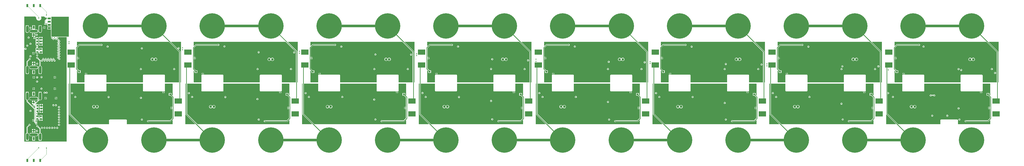
<source format=gbl>
G04*
G04 #@! TF.GenerationSoftware,Altium Limited,Altium Designer,19.0.10 (269)*
G04*
G04 Layer_Physical_Order=4*
G04 Layer_Color=16711680*
%FSLAX25Y25*%
%MOIN*%
G70*
G01*
G75*
%ADD12C,0.01000*%
%ADD35C,0.03937*%
%ADD36R,0.02953X0.03150*%
%ADD37R,0.03150X0.02953*%
%ADD44C,0.00400*%
%ADD45C,0.04000*%
%ADD46C,0.39370*%
%ADD47C,0.01772*%
%ADD48C,0.07874*%
%ADD49R,0.02992X0.05000*%
%ADD50R,0.33071X0.31496*%
%ADD51R,0.11811X0.07874*%
%ADD52R,0.23622X0.07874*%
%ADD53R,0.04724X0.02756*%
G36*
X71925Y278815D02*
X72768Y278168D01*
X73750Y277761D01*
X74803Y277623D01*
X75449Y277708D01*
X75729Y277535D01*
X75890Y277282D01*
X75849Y277173D01*
X75696Y277142D01*
X75434Y276968D01*
X72367Y273900D01*
X72192Y273639D01*
X72131Y273330D01*
X72131Y273330D01*
Y269360D01*
X71872Y269188D01*
X71546Y268699D01*
X71431Y268123D01*
X71546Y267547D01*
X71872Y267059D01*
X72361Y266733D01*
X72937Y266618D01*
X73513Y266733D01*
X74001Y267059D01*
X74058Y267144D01*
X74240D01*
X74729Y266818D01*
X75305Y266703D01*
X75780Y266798D01*
X76280Y266529D01*
Y264429D01*
X81940D01*
Y263366D01*
X76280D01*
Y259429D01*
X81940D01*
Y248031D01*
X82127Y247580D01*
X82213Y247544D01*
X82358Y247065D01*
X82271Y246934D01*
X82156Y246358D01*
X82271Y245782D01*
X82597Y245294D01*
X83086Y244968D01*
X83662Y244853D01*
X83826Y244886D01*
X84125Y244587D01*
X84239Y244011D01*
X84566Y243522D01*
X85054Y243196D01*
X85630Y243081D01*
X86206Y243196D01*
X86694Y243522D01*
X87021Y244011D01*
X87106Y244441D01*
X87551Y244862D01*
X87598Y244853D01*
X87708Y244875D01*
X88160Y244587D01*
X88275Y244011D01*
X88601Y243522D01*
X89089Y243196D01*
X89665Y243081D01*
X90241Y243196D01*
X90730Y243522D01*
X91056Y244011D01*
X91171Y244587D01*
X91624Y244871D01*
X92111Y244968D01*
X92600Y245294D01*
X92926Y245782D01*
X93041Y246358D01*
X92935Y246892D01*
X92948Y247014D01*
X93151Y247392D01*
X106299D01*
X106299Y85236D01*
X40675D01*
Y228603D01*
X40898Y228678D01*
X41175Y228686D01*
X41455Y228266D01*
X41944Y227940D01*
X42520Y227825D01*
X43096Y227940D01*
X43584Y228266D01*
X43910Y228755D01*
X44025Y229331D01*
X43910Y229907D01*
X43584Y230395D01*
X43096Y230721D01*
X42520Y230836D01*
X41944Y230721D01*
X41455Y230395D01*
X41175Y229975D01*
X40898Y229984D01*
X40675Y230058D01*
Y279528D01*
X57368D01*
X59006Y277889D01*
X58921Y277244D01*
X59060Y276191D01*
X59467Y275209D01*
X60114Y274366D01*
X60957Y273719D01*
X61938Y273312D01*
X62992Y273174D01*
X64045Y273312D01*
X65027Y273719D01*
X65870Y274366D01*
X66517Y275209D01*
X66923Y276191D01*
X67062Y277244D01*
X66923Y278297D01*
X66621Y279028D01*
X66922Y279528D01*
X71378D01*
X71925Y278815D01*
D02*
G37*
G36*
X109643Y248386D02*
X109291Y248031D01*
X82579D01*
Y279134D01*
X109449D01*
X109643Y248386D01*
D02*
G37*
G36*
X1548199Y224343D02*
Y177165D01*
X1526403D01*
Y187992D01*
X1526304Y188491D01*
X1526021Y188915D01*
X1525598Y189197D01*
X1525098Y189297D01*
X1493602D01*
X1493103Y189197D01*
X1492680Y188915D01*
X1492397Y188491D01*
X1492298Y187992D01*
Y177165D01*
X1435852D01*
Y187992D01*
X1435752Y188491D01*
X1435470Y188915D01*
X1435046Y189197D01*
X1434547Y189297D01*
X1406186D01*
X1405899Y189657D01*
X1402114D01*
X1402161Y189422D01*
X1402214Y189342D01*
X1402129Y188915D01*
X1401846Y188491D01*
X1401747Y187992D01*
Y177165D01*
X1389764D01*
Y195314D01*
X1390226Y195505D01*
X1391240Y194491D01*
Y191831D01*
X1395571D01*
Y195965D01*
X1392911D01*
X1390187Y198689D01*
Y212908D01*
X1390687Y213168D01*
X1390839Y213137D01*
Y214961D01*
Y216784D01*
X1390687Y216754D01*
X1390187Y217013D01*
Y230740D01*
X1393768Y234321D01*
X1426959D01*
X1427376Y234042D01*
X1427952Y233928D01*
X1428529Y234042D01*
X1429017Y234369D01*
X1429343Y234857D01*
X1429458Y235433D01*
X1429343Y236009D01*
X1429017Y236497D01*
X1428529Y236824D01*
X1427952Y236938D01*
X1427376Y236824D01*
X1426959Y236545D01*
X1393307D01*
X1393307Y236545D01*
X1392882Y236460D01*
X1392521Y236219D01*
X1392521Y236219D01*
X1390226Y233924D01*
X1389764Y234116D01*
Y240158D01*
X1532384D01*
X1548199Y224343D01*
D02*
G37*
G36*
X1367097D02*
Y177165D01*
X1345301D01*
Y187992D01*
X1345201Y188491D01*
X1344919Y188915D01*
X1344495Y189197D01*
X1343996Y189297D01*
X1312500D01*
X1312001Y189197D01*
X1311578Y188915D01*
X1311295Y188491D01*
X1311195Y187992D01*
Y177165D01*
X1254749D01*
Y187992D01*
X1254650Y188491D01*
X1254367Y188915D01*
X1253944Y189197D01*
X1253445Y189297D01*
X1225083D01*
X1224796Y189657D01*
X1221011D01*
X1221058Y189422D01*
X1221111Y189342D01*
X1221026Y188915D01*
X1220743Y188491D01*
X1220644Y187992D01*
Y177165D01*
X1208661D01*
Y195314D01*
X1209123Y195505D01*
X1210138Y194491D01*
Y191831D01*
X1214468D01*
Y195965D01*
X1211809D01*
X1209084Y198689D01*
Y212908D01*
X1209584Y213168D01*
X1209736Y213137D01*
Y214961D01*
Y216784D01*
X1209584Y216754D01*
X1209084Y217013D01*
Y230740D01*
X1212665Y234321D01*
X1245857D01*
X1246274Y234042D01*
X1246850Y233928D01*
X1247426Y234042D01*
X1247915Y234369D01*
X1248241Y234857D01*
X1248355Y235433D01*
X1248241Y236009D01*
X1247915Y236497D01*
X1247426Y236824D01*
X1246850Y236938D01*
X1246274Y236824D01*
X1245857Y236545D01*
X1212205D01*
X1212205Y236545D01*
X1211779Y236460D01*
X1211419Y236219D01*
X1211418Y236219D01*
X1209123Y233924D01*
X1208661Y234116D01*
Y240158D01*
X1351282D01*
X1367097Y224343D01*
D02*
G37*
G36*
X1185994D02*
Y177165D01*
X1164198D01*
Y187992D01*
X1164099Y188491D01*
X1163816Y188915D01*
X1163393Y189197D01*
X1162894Y189297D01*
X1131398D01*
X1130898Y189197D01*
X1130475Y188915D01*
X1130192Y188491D01*
X1130093Y187992D01*
Y177165D01*
X1073647D01*
Y187992D01*
X1073548Y188491D01*
X1073265Y188915D01*
X1072842Y189197D01*
X1072342Y189297D01*
X1043981D01*
X1043694Y189657D01*
X1039909D01*
X1039956Y189422D01*
X1040009Y189342D01*
X1039924Y188915D01*
X1039641Y188491D01*
X1039542Y187992D01*
Y177165D01*
X1027559D01*
Y195314D01*
X1028021Y195505D01*
X1029035Y194491D01*
Y191831D01*
X1033366D01*
Y195965D01*
X1030706D01*
X1027982Y198689D01*
Y212908D01*
X1028482Y213168D01*
X1028634Y213137D01*
Y214961D01*
Y216784D01*
X1028482Y216754D01*
X1027982Y217013D01*
Y230740D01*
X1031563Y234321D01*
X1064754D01*
X1065172Y234042D01*
X1065748Y233928D01*
X1066324Y234042D01*
X1066812Y234369D01*
X1067138Y234857D01*
X1067253Y235433D01*
X1067138Y236009D01*
X1066812Y236497D01*
X1066324Y236824D01*
X1065748Y236938D01*
X1065172Y236824D01*
X1064754Y236545D01*
X1031102D01*
X1031102Y236545D01*
X1030677Y236460D01*
X1030316Y236219D01*
X1030316Y236219D01*
X1028021Y233924D01*
X1027559Y234116D01*
Y240158D01*
X1170179D01*
X1185994Y224343D01*
D02*
G37*
G36*
X1004892D02*
Y177165D01*
X983096D01*
Y187992D01*
X982997Y188491D01*
X982714Y188915D01*
X982291Y189197D01*
X981791Y189297D01*
X950295D01*
X949796Y189197D01*
X949373Y188915D01*
X949090Y188491D01*
X948991Y187992D01*
Y177165D01*
X892545D01*
Y187992D01*
X892445Y188491D01*
X892163Y188915D01*
X891739Y189197D01*
X891240Y189297D01*
X862878D01*
X862592Y189657D01*
X858807D01*
X858854Y189422D01*
X858907Y189342D01*
X858822Y188915D01*
X858539Y188491D01*
X858440Y187992D01*
Y177165D01*
X846457D01*
Y195314D01*
X846919Y195505D01*
X847933Y194491D01*
Y191831D01*
X852264D01*
Y195965D01*
X849604D01*
X846880Y198689D01*
Y212908D01*
X847380Y213168D01*
X847532Y213137D01*
Y214961D01*
Y216784D01*
X847380Y216754D01*
X846880Y217013D01*
Y230740D01*
X850461Y234321D01*
X883652D01*
X884069Y234042D01*
X884645Y233928D01*
X885221Y234042D01*
X885710Y234369D01*
X886036Y234857D01*
X886151Y235433D01*
X886036Y236009D01*
X885710Y236497D01*
X885221Y236824D01*
X884645Y236938D01*
X884069Y236824D01*
X883652Y236545D01*
X850000D01*
X850000Y236545D01*
X849574Y236460D01*
X849214Y236219D01*
X849214Y236219D01*
X846919Y233924D01*
X846457Y234116D01*
Y240158D01*
X989077D01*
X1004892Y224343D01*
D02*
G37*
G36*
X823790D02*
Y177165D01*
X801993D01*
Y187992D01*
X801894Y188491D01*
X801611Y188915D01*
X801188Y189197D01*
X800689Y189297D01*
X769193D01*
X768694Y189197D01*
X768270Y188915D01*
X767988Y188491D01*
X767888Y187992D01*
Y177165D01*
X711442D01*
Y187992D01*
X711343Y188491D01*
X711060Y188915D01*
X710637Y189197D01*
X710138Y189297D01*
X681776D01*
X681489Y189657D01*
X677704D01*
X677751Y189422D01*
X677804Y189342D01*
X677719Y188915D01*
X677436Y188491D01*
X677337Y187992D01*
Y177165D01*
X665354D01*
Y195314D01*
X665816Y195505D01*
X666831Y194491D01*
Y191831D01*
X671161D01*
Y195965D01*
X668502D01*
X665777Y198689D01*
Y212908D01*
X666277Y213168D01*
X666429Y213137D01*
Y214961D01*
Y216784D01*
X666277Y216754D01*
X665777Y217013D01*
Y230740D01*
X669358Y234321D01*
X702550D01*
X702967Y234042D01*
X703543Y233928D01*
X704119Y234042D01*
X704607Y234369D01*
X704934Y234857D01*
X705048Y235433D01*
X704934Y236009D01*
X704607Y236497D01*
X704119Y236824D01*
X703543Y236938D01*
X702967Y236824D01*
X702550Y236545D01*
X668898D01*
X668898Y236545D01*
X668472Y236460D01*
X668111Y236219D01*
X668111Y236219D01*
X665816Y233924D01*
X665354Y234116D01*
Y240158D01*
X807975D01*
X823790Y224343D01*
D02*
G37*
G36*
X642687D02*
Y177165D01*
X620891D01*
Y187992D01*
X620792Y188491D01*
X620509Y188915D01*
X620086Y189197D01*
X619587Y189297D01*
X588091D01*
X587591Y189197D01*
X587168Y188915D01*
X586885Y188491D01*
X586786Y187992D01*
Y177165D01*
X530340D01*
Y187992D01*
X530241Y188491D01*
X529958Y188915D01*
X529535Y189197D01*
X529035Y189297D01*
X500674D01*
X500387Y189657D01*
X496602D01*
X496649Y189422D01*
X496702Y189342D01*
X496617Y188915D01*
X496334Y188491D01*
X496235Y187992D01*
Y177165D01*
X484252D01*
Y195314D01*
X484714Y195505D01*
X485728Y194491D01*
Y191831D01*
X490059D01*
Y195965D01*
X487399D01*
X484675Y198689D01*
Y212908D01*
X485175Y213168D01*
X485327Y213137D01*
Y214961D01*
Y216784D01*
X485175Y216754D01*
X484675Y217013D01*
Y230740D01*
X488256Y234321D01*
X521447D01*
X521865Y234042D01*
X522441Y233928D01*
X523017Y234042D01*
X523505Y234369D01*
X523831Y234857D01*
X523946Y235433D01*
X523831Y236009D01*
X523505Y236497D01*
X523017Y236824D01*
X522441Y236938D01*
X521865Y236824D01*
X521447Y236545D01*
X487795D01*
X487795Y236545D01*
X487370Y236460D01*
X487009Y236219D01*
X487009Y236219D01*
X484714Y233924D01*
X484252Y234116D01*
Y240158D01*
X626872D01*
X642687Y224343D01*
D02*
G37*
G36*
X461585D02*
Y177165D01*
X439789D01*
Y187992D01*
X439689Y188491D01*
X439407Y188915D01*
X438983Y189197D01*
X438484Y189297D01*
X406988D01*
X406489Y189197D01*
X406066Y188915D01*
X405783Y188491D01*
X405684Y187992D01*
Y177165D01*
X349238D01*
Y187992D01*
X349138Y188491D01*
X348855Y188915D01*
X348432Y189197D01*
X347933Y189297D01*
X319571D01*
X319285Y189657D01*
X315499D01*
X315546Y189422D01*
X315600Y189342D01*
X315514Y188915D01*
X315232Y188491D01*
X315132Y187992D01*
Y177165D01*
X303150D01*
Y195314D01*
X303611Y195505D01*
X304626Y194491D01*
Y191831D01*
X308957D01*
Y195965D01*
X306297D01*
X303573Y198689D01*
Y212908D01*
X304073Y213168D01*
X304224Y213137D01*
Y214961D01*
Y216784D01*
X304073Y216754D01*
X303573Y217013D01*
Y230740D01*
X307154Y234321D01*
X340345D01*
X340762Y234042D01*
X341338Y233928D01*
X341914Y234042D01*
X342403Y234369D01*
X342729Y234857D01*
X342844Y235433D01*
X342729Y236009D01*
X342403Y236497D01*
X341914Y236824D01*
X341338Y236938D01*
X340762Y236824D01*
X340345Y236545D01*
X306693D01*
X306693Y236545D01*
X306267Y236460D01*
X305907Y236219D01*
X305907Y236219D01*
X303611Y233924D01*
X303150Y234116D01*
Y240158D01*
X445770D01*
X461585Y224343D01*
D02*
G37*
G36*
X280483D02*
Y177165D01*
X258686D01*
Y187992D01*
X258587Y188491D01*
X258304Y188915D01*
X257881Y189197D01*
X257382Y189297D01*
X225886D01*
X225387Y189197D01*
X224963Y188915D01*
X224680Y188491D01*
X224581Y187992D01*
Y177165D01*
X167938D01*
Y187992D01*
X167839Y188491D01*
X167556Y188915D01*
X167133Y189197D01*
X166634Y189297D01*
X138469D01*
X138182Y189657D01*
X134397D01*
X134444Y189422D01*
X134363Y189013D01*
X134215Y188915D01*
X133932Y188491D01*
X133833Y187992D01*
Y177165D01*
X122047D01*
Y195314D01*
X122509Y195505D01*
X123524Y194491D01*
Y191831D01*
X127854D01*
Y195965D01*
X125195D01*
X122470Y198689D01*
Y212908D01*
X122970Y213168D01*
X123122Y213137D01*
Y214961D01*
Y216784D01*
X122970Y216754D01*
X122470Y217013D01*
Y230740D01*
X126051Y234321D01*
X159243D01*
X159660Y234042D01*
X160236Y233928D01*
X160812Y234042D01*
X161300Y234369D01*
X161627Y234857D01*
X161741Y235433D01*
X161627Y236009D01*
X161300Y236497D01*
X160812Y236824D01*
X160236Y236938D01*
X159660Y236824D01*
X159243Y236545D01*
X125591D01*
X125591Y236545D01*
X125165Y236460D01*
X124804Y236219D01*
X124804Y236219D01*
X122509Y233924D01*
X122047Y234116D01*
Y240158D01*
X264668D01*
X280483Y224343D01*
D02*
G37*
G36*
X283465Y177165D02*
X282706D01*
Y224803D01*
X282622Y225229D01*
X282381Y225589D01*
X282381Y225589D01*
X279509Y228461D01*
X279756Y228921D01*
X279823Y228908D01*
X280399Y229023D01*
X280887Y229349D01*
X281213Y229837D01*
X281328Y230413D01*
X281213Y230989D01*
X280887Y231478D01*
X280399Y231804D01*
X279823Y231919D01*
X279247Y231804D01*
X278758Y231478D01*
X278432Y230989D01*
X278317Y230413D01*
X278331Y230346D01*
X277870Y230100D01*
X268275Y239696D01*
X268466Y240158D01*
X283465D01*
Y177165D01*
D02*
G37*
G36*
X1551181D02*
X1550423D01*
Y224803D01*
X1550338Y225229D01*
X1550097Y225589D01*
X1550097Y225589D01*
X1535991Y239696D01*
X1536182Y240158D01*
X1551181D01*
Y177165D01*
D02*
G37*
G36*
X1370079D02*
X1369321D01*
Y224803D01*
X1369236Y225229D01*
X1368995Y225589D01*
X1368995Y225589D01*
X1354889Y239696D01*
X1355080Y240158D01*
X1370079D01*
Y177165D01*
D02*
G37*
G36*
X1188976D02*
X1188218D01*
Y224803D01*
X1188134Y225229D01*
X1187893Y225589D01*
X1187893Y225589D01*
X1173786Y239696D01*
X1173978Y240158D01*
X1188976D01*
Y177165D01*
D02*
G37*
G36*
X1007874D02*
X1007116D01*
Y224803D01*
X1007031Y225229D01*
X1006790Y225589D01*
X1006790Y225589D01*
X992684Y239696D01*
X992875Y240158D01*
X1007874D01*
Y177165D01*
D02*
G37*
G36*
X826772D02*
X826013D01*
Y224803D01*
X825929Y225229D01*
X825688Y225589D01*
X825688Y225589D01*
X811582Y239696D01*
X811773Y240158D01*
X826772D01*
Y177165D01*
D02*
G37*
G36*
X645669D02*
X644911D01*
Y224803D01*
X644827Y225229D01*
X644586Y225589D01*
X644585Y225589D01*
X630479Y239696D01*
X630671Y240158D01*
X645669D01*
Y177165D01*
D02*
G37*
G36*
X464567D02*
X463809D01*
Y224803D01*
X463724Y225229D01*
X463483Y225589D01*
X463483Y225589D01*
X449377Y239696D01*
X449568Y240158D01*
X464567D01*
Y177165D01*
D02*
G37*
G36*
X1538189Y157049D02*
X1537727Y156857D01*
X1536713Y157872D01*
Y160531D01*
X1532382D01*
Y156398D01*
X1535042D01*
X1537766Y153673D01*
Y139454D01*
X1537266Y139195D01*
X1537114Y139225D01*
Y137402D01*
Y135578D01*
X1537266Y135608D01*
X1537766Y135349D01*
Y121622D01*
X1534185Y118041D01*
X1500994D01*
X1500576Y118320D01*
X1500000Y118434D01*
X1499424Y118320D01*
X1498936Y117993D01*
X1498610Y117505D01*
X1498495Y116929D01*
X1498610Y116353D01*
X1498936Y115865D01*
X1499424Y115538D01*
X1500000Y115424D01*
X1500576Y115538D01*
X1500994Y115817D01*
X1534646D01*
X1534646Y115817D01*
X1535071Y115902D01*
X1535432Y116143D01*
X1537727Y118438D01*
X1538189Y118247D01*
Y112205D01*
X1488313D01*
Y118110D01*
X1488213Y118609D01*
X1487930Y119033D01*
X1487507Y119316D01*
X1487008Y119415D01*
X1462008D01*
X1461509Y119316D01*
X1461085Y119033D01*
X1460803Y118609D01*
X1460703Y118110D01*
Y112205D01*
X1395569D01*
X1379016Y128757D01*
Y158792D01*
X1379516Y159108D01*
X1379890Y159034D01*
X1380466Y159149D01*
X1380955Y159475D01*
X1381281Y159963D01*
X1381396Y160539D01*
X1381281Y161115D01*
X1380955Y161604D01*
X1380466Y161930D01*
X1379890Y162045D01*
X1379516Y161970D01*
X1379016Y162287D01*
Y175197D01*
X1401747D01*
Y164370D01*
X1401846Y163871D01*
X1402129Y163448D01*
X1402552Y163165D01*
X1403051Y163066D01*
X1434547D01*
X1435046Y163165D01*
X1435470Y163448D01*
X1435752Y163871D01*
X1435852Y164370D01*
Y175197D01*
X1492298D01*
Y164370D01*
X1492397Y163871D01*
X1492680Y163448D01*
X1493103Y163165D01*
X1493602Y163066D01*
X1521767D01*
X1522054Y162705D01*
X1525839D01*
X1525792Y162941D01*
X1525873Y163349D01*
X1526021Y163448D01*
X1526304Y163871D01*
X1526403Y164370D01*
Y175197D01*
X1538189D01*
Y157049D01*
D02*
G37*
G36*
X1357087D02*
X1356625Y156857D01*
X1355610Y157872D01*
Y160531D01*
X1351280D01*
Y156398D01*
X1353939D01*
X1356664Y153673D01*
Y139454D01*
X1356164Y139195D01*
X1356012Y139225D01*
Y137402D01*
Y135578D01*
X1356164Y135608D01*
X1356664Y135349D01*
Y121622D01*
X1353083Y118041D01*
X1319891D01*
X1319474Y118320D01*
X1318898Y118434D01*
X1318322Y118320D01*
X1317834Y117993D01*
X1317507Y117505D01*
X1317393Y116929D01*
X1317507Y116353D01*
X1317834Y115865D01*
X1318322Y115538D01*
X1318898Y115424D01*
X1319474Y115538D01*
X1319891Y115817D01*
X1353543D01*
X1353543Y115817D01*
X1353969Y115902D01*
X1354330Y116143D01*
X1356625Y118438D01*
X1357087Y118247D01*
Y112205D01*
X1214466D01*
X1198651Y128020D01*
Y175197D01*
X1220644D01*
Y164370D01*
X1220743Y163871D01*
X1221026Y163448D01*
X1221449Y163165D01*
X1221949Y163066D01*
X1253445D01*
X1253944Y163165D01*
X1254367Y163448D01*
X1254650Y163871D01*
X1254749Y164370D01*
Y175197D01*
X1311195D01*
Y164370D01*
X1311295Y163871D01*
X1311578Y163448D01*
X1312001Y163165D01*
X1312500Y163066D01*
X1340665D01*
X1340952Y162705D01*
X1344737D01*
X1344690Y162941D01*
X1344771Y163349D01*
X1344919Y163448D01*
X1345201Y163871D01*
X1345301Y164370D01*
Y175197D01*
X1357087D01*
Y157049D01*
D02*
G37*
G36*
X1175984D02*
X1175522Y156857D01*
X1174508Y157872D01*
Y160531D01*
X1170177D01*
Y156398D01*
X1172837D01*
X1175561Y153673D01*
Y139454D01*
X1175061Y139195D01*
X1174909Y139225D01*
Y137402D01*
Y135578D01*
X1175061Y135608D01*
X1175561Y135349D01*
Y121622D01*
X1171980Y118041D01*
X1138789D01*
X1138372Y118320D01*
X1137796Y118434D01*
X1137220Y118320D01*
X1136731Y117993D01*
X1136405Y117505D01*
X1136290Y116929D01*
X1136405Y116353D01*
X1136731Y115865D01*
X1137220Y115538D01*
X1137796Y115424D01*
X1138372Y115538D01*
X1138789Y115817D01*
X1172441D01*
X1172441Y115817D01*
X1172867Y115902D01*
X1173227Y116143D01*
X1175522Y118438D01*
X1175984Y118247D01*
Y112205D01*
X1033364D01*
X1017549Y128020D01*
Y175197D01*
X1039542D01*
Y164370D01*
X1039641Y163871D01*
X1039924Y163448D01*
X1040347Y163165D01*
X1040847Y163066D01*
X1072342D01*
X1072842Y163165D01*
X1073265Y163448D01*
X1073548Y163871D01*
X1073647Y164370D01*
Y175197D01*
X1130093D01*
Y164370D01*
X1130192Y163871D01*
X1130475Y163448D01*
X1130898Y163165D01*
X1131398Y163066D01*
X1159562D01*
X1159849Y162705D01*
X1163634D01*
X1163587Y162941D01*
X1163669Y163349D01*
X1163816Y163448D01*
X1164099Y163871D01*
X1164198Y164370D01*
Y175197D01*
X1175984D01*
Y157049D01*
D02*
G37*
G36*
X994882D02*
X994420Y156857D01*
X993406Y157872D01*
Y160531D01*
X989075D01*
Y156398D01*
X991735D01*
X994459Y153673D01*
Y139454D01*
X993959Y139195D01*
X993807Y139225D01*
Y137402D01*
Y135578D01*
X993959Y135608D01*
X994459Y135349D01*
Y121622D01*
X990878Y118041D01*
X957686D01*
X957269Y118320D01*
X956693Y118434D01*
X956117Y118320D01*
X955629Y117993D01*
X955302Y117505D01*
X955188Y116929D01*
X955302Y116353D01*
X955629Y115865D01*
X956117Y115538D01*
X956693Y115424D01*
X957269Y115538D01*
X957686Y115817D01*
X991339D01*
X991339Y115817D01*
X991764Y115902D01*
X992125Y116143D01*
X994420Y118438D01*
X994882Y118247D01*
Y112205D01*
X852262D01*
X836447Y128020D01*
Y175197D01*
X858440D01*
Y164370D01*
X858539Y163871D01*
X858822Y163448D01*
X859245Y163165D01*
X859744Y163066D01*
X891240D01*
X891739Y163165D01*
X892163Y163448D01*
X892445Y163871D01*
X892545Y164370D01*
Y175197D01*
X948991D01*
Y164370D01*
X949090Y163871D01*
X949373Y163448D01*
X949796Y163165D01*
X950295Y163066D01*
X978460D01*
X978747Y162705D01*
X982532D01*
X982485Y162941D01*
X982566Y163349D01*
X982714Y163448D01*
X982997Y163871D01*
X983096Y164370D01*
Y175197D01*
X994882D01*
Y157049D01*
D02*
G37*
G36*
X813780D02*
X813318Y156857D01*
X812303Y157872D01*
Y160531D01*
X807973D01*
Y156398D01*
X810632D01*
X813357Y153673D01*
Y139454D01*
X812857Y139195D01*
X812705Y139225D01*
Y137402D01*
Y135578D01*
X812857Y135608D01*
X813357Y135349D01*
Y121622D01*
X809776Y118041D01*
X776584D01*
X776167Y118320D01*
X775591Y118434D01*
X775015Y118320D01*
X774526Y117993D01*
X774200Y117505D01*
X774086Y116929D01*
X774200Y116353D01*
X774526Y115865D01*
X775015Y115538D01*
X775591Y115424D01*
X776167Y115538D01*
X776584Y115817D01*
X810236D01*
X810236Y115817D01*
X810662Y115902D01*
X811022Y116143D01*
X813318Y118438D01*
X813780Y118247D01*
Y112205D01*
X671159D01*
X655344Y128020D01*
Y175197D01*
X677337D01*
Y164370D01*
X677436Y163871D01*
X677719Y163448D01*
X678142Y163165D01*
X678642Y163066D01*
X710138D01*
X710637Y163165D01*
X711060Y163448D01*
X711343Y163871D01*
X711442Y164370D01*
Y175197D01*
X767888D01*
Y164370D01*
X767988Y163871D01*
X768270Y163448D01*
X768694Y163165D01*
X769193Y163066D01*
X797358D01*
X797645Y162705D01*
X801430D01*
X801383Y162941D01*
X801464Y163349D01*
X801611Y163448D01*
X801894Y163871D01*
X801993Y164370D01*
Y175197D01*
X813780D01*
Y157049D01*
D02*
G37*
G36*
X632677D02*
X632215Y156857D01*
X631201Y157872D01*
Y160531D01*
X626870D01*
Y156398D01*
X629530D01*
X632254Y153673D01*
Y139454D01*
X631754Y139195D01*
X631602Y139225D01*
Y137402D01*
Y135578D01*
X631754Y135608D01*
X632254Y135349D01*
Y121622D01*
X628673Y118041D01*
X595482D01*
X595064Y118320D01*
X594488Y118434D01*
X593912Y118320D01*
X593424Y117993D01*
X593098Y117505D01*
X592983Y116929D01*
X593098Y116353D01*
X593424Y115865D01*
X593912Y115538D01*
X594488Y115424D01*
X595064Y115538D01*
X595482Y115817D01*
X629134D01*
X629134Y115817D01*
X629559Y115902D01*
X629920Y116143D01*
X632215Y118438D01*
X632677Y118247D01*
Y112205D01*
X490057D01*
X474242Y128020D01*
Y175197D01*
X496235D01*
Y164370D01*
X496334Y163871D01*
X496617Y163448D01*
X497040Y163165D01*
X497539Y163066D01*
X529035D01*
X529535Y163165D01*
X529958Y163448D01*
X530241Y163871D01*
X530340Y164370D01*
Y175197D01*
X586786D01*
Y164370D01*
X586885Y163871D01*
X587168Y163448D01*
X587591Y163165D01*
X588091Y163066D01*
X616255D01*
X616542Y162705D01*
X620327D01*
X620280Y162941D01*
X620362Y163349D01*
X620509Y163448D01*
X620792Y163871D01*
X620891Y164370D01*
Y175197D01*
X632677D01*
Y157049D01*
D02*
G37*
G36*
X451575D02*
X451113Y156857D01*
X450098Y157872D01*
Y160531D01*
X445768D01*
Y156398D01*
X448427D01*
X451152Y153673D01*
Y139454D01*
X450652Y139195D01*
X450500Y139225D01*
Y137402D01*
Y135578D01*
X450652Y135608D01*
X451152Y135349D01*
Y121622D01*
X447571Y118041D01*
X414379D01*
X413962Y118320D01*
X413386Y118434D01*
X412810Y118320D01*
X412322Y117993D01*
X411995Y117505D01*
X411881Y116929D01*
X411995Y116353D01*
X412322Y115865D01*
X412810Y115538D01*
X413386Y115424D01*
X413962Y115538D01*
X414379Y115817D01*
X448031D01*
X448032Y115817D01*
X448457Y115902D01*
X448818Y116143D01*
X451113Y118438D01*
X451575Y118247D01*
Y112205D01*
X308954D01*
X293140Y128020D01*
Y175197D01*
X315132D01*
Y164370D01*
X315232Y163871D01*
X315514Y163448D01*
X315938Y163165D01*
X316437Y163066D01*
X347933D01*
X348432Y163165D01*
X348855Y163448D01*
X349138Y163871D01*
X349238Y164370D01*
Y175197D01*
X405684D01*
Y164370D01*
X405783Y163871D01*
X406066Y163448D01*
X406489Y163165D01*
X406988Y163066D01*
X435153D01*
X435440Y162705D01*
X439225D01*
X439178Y162941D01*
X439259Y163349D01*
X439407Y163448D01*
X439689Y163871D01*
X439789Y164370D01*
Y175197D01*
X451575D01*
Y157049D01*
D02*
G37*
G36*
X270472D02*
X270010Y156857D01*
X268996Y157872D01*
Y160531D01*
X264665D01*
Y156398D01*
X267325D01*
X270050Y153673D01*
Y139454D01*
X269549Y139195D01*
X269398Y139225D01*
Y137402D01*
Y135578D01*
X269549Y135608D01*
X270050Y135349D01*
Y121622D01*
X266469Y118041D01*
X233277D01*
X232860Y118320D01*
X232284Y118434D01*
X231708Y118320D01*
X231219Y117993D01*
X230893Y117505D01*
X230778Y116929D01*
X230893Y116353D01*
X231219Y115865D01*
X231708Y115538D01*
X232284Y115424D01*
X232860Y115538D01*
X233277Y115817D01*
X266929D01*
X266929Y115817D01*
X267355Y115902D01*
X267715Y116143D01*
X270010Y118438D01*
X270472Y118247D01*
Y112205D01*
X199533D01*
Y118110D01*
X199434Y118609D01*
X199151Y119033D01*
X198728Y119316D01*
X198228Y119415D01*
X173228D01*
X172729Y119316D01*
X172306Y119033D01*
X172023Y118609D01*
X171924Y118110D01*
Y112205D01*
X127852D01*
X112037Y128020D01*
Y175197D01*
X133833D01*
Y164370D01*
X133932Y163871D01*
X134215Y163448D01*
X134639Y163165D01*
X135138Y163066D01*
X166634D01*
X167133Y163165D01*
X167556Y163448D01*
X167839Y163871D01*
X167938Y164370D01*
Y175197D01*
X224581D01*
Y164370D01*
X224680Y163871D01*
X224963Y163448D01*
X225387Y163165D01*
X225886Y163066D01*
X254051D01*
X254338Y162705D01*
X258122D01*
X258076Y162941D01*
X258157Y163349D01*
X258304Y163448D01*
X258587Y163871D01*
X258686Y164370D01*
Y175197D01*
X270472D01*
Y157049D01*
D02*
G37*
G36*
X1391962Y112667D02*
X1391770Y112205D01*
X1376772D01*
Y127149D01*
X1377272Y127357D01*
X1391962Y112667D01*
D02*
G37*
G36*
X1196427Y127559D02*
X1196427Y127559D01*
X1196512Y127134D01*
X1196753Y126773D01*
X1210859Y112667D01*
X1210668Y112205D01*
X1195669D01*
Y175197D01*
X1196427D01*
Y127559D01*
D02*
G37*
G36*
X1015325D02*
X1015325Y127559D01*
X1015410Y127134D01*
X1015651Y126773D01*
X1029757Y112667D01*
X1029566Y112205D01*
X1014567D01*
Y175197D01*
X1015325D01*
Y127559D01*
D02*
G37*
G36*
X834223D02*
X834223Y127559D01*
X834307Y127134D01*
X834548Y126773D01*
X848655Y112667D01*
X848463Y112205D01*
X833465D01*
Y175197D01*
X834223D01*
Y127559D01*
D02*
G37*
G36*
X653120D02*
X653120Y127559D01*
X653205Y127134D01*
X653446Y126773D01*
X667552Y112667D01*
X667361Y112205D01*
X652362D01*
Y175197D01*
X653120D01*
Y127559D01*
D02*
G37*
G36*
X472018D02*
X472018Y127559D01*
X472103Y127134D01*
X472344Y126773D01*
X486450Y112667D01*
X486259Y112205D01*
X471260D01*
Y175197D01*
X472018D01*
Y127559D01*
D02*
G37*
G36*
X290916D02*
X290916Y127559D01*
X291000Y127134D01*
X291241Y126773D01*
X305347Y112667D01*
X305156Y112205D01*
X290158D01*
Y175197D01*
X290916D01*
Y127559D01*
D02*
G37*
G36*
X109813D02*
X109813Y127559D01*
X109898Y127134D01*
X110139Y126773D01*
X124245Y112667D01*
X124054Y112205D01*
X109055D01*
Y175197D01*
X109813D01*
Y127559D01*
D02*
G37*
%LPC*%
G36*
X71957Y264225D02*
Y262902D01*
X73280D01*
X73233Y263137D01*
X72816Y263761D01*
X72193Y264178D01*
X71957Y264225D01*
D02*
G37*
G36*
X70957D02*
X70721Y264178D01*
X70097Y263761D01*
X69680Y263137D01*
X69633Y262902D01*
X70957D01*
Y264225D01*
D02*
G37*
G36*
X73280Y261902D02*
X71957D01*
Y260578D01*
X72193Y260625D01*
X72816Y261042D01*
X73233Y261666D01*
X73280Y261902D01*
D02*
G37*
G36*
X70957D02*
X69633D01*
X69680Y261666D01*
X70097Y261042D01*
X70721Y260625D01*
X70957Y260578D01*
Y261902D01*
D02*
G37*
G36*
X49902Y263415D02*
X49325Y263300D01*
X48837Y262974D01*
X48511Y262486D01*
X48396Y261910D01*
X48511Y261333D01*
X48837Y260845D01*
X49325Y260519D01*
X49902Y260404D01*
X50478Y260519D01*
X50966Y260845D01*
X51292Y261333D01*
X51407Y261910D01*
X51292Y262486D01*
X50966Y262974D01*
X50478Y263300D01*
X49902Y263415D01*
D02*
G37*
G36*
X67205Y265787D02*
X63032D01*
Y264233D01*
X62855Y264003D01*
X62594Y263373D01*
X62505Y262697D01*
X62545Y262398D01*
Y256791D01*
X62634Y256115D01*
X62895Y255485D01*
X62992Y255358D01*
Y254724D01*
X63596D01*
X63851Y254528D01*
X64481Y254268D01*
X65158Y254178D01*
X65834Y254268D01*
X66464Y254528D01*
X66719Y254724D01*
X67323D01*
Y255358D01*
X67420Y255485D01*
X67681Y256115D01*
X67770Y256791D01*
Y262657D01*
X67681Y263334D01*
X67420Y263964D01*
X67205Y264245D01*
Y265787D01*
D02*
G37*
G36*
X57205D02*
X53031D01*
Y259904D01*
X53031Y259606D01*
X52615Y259404D01*
X50984D01*
X50308Y259315D01*
X49678Y259054D01*
X49422Y258858D01*
X48819D01*
Y258225D01*
X48721Y258098D01*
X48460Y257468D01*
X48371Y256791D01*
X48460Y256115D01*
X48721Y255485D01*
X48819Y255358D01*
Y254724D01*
X49422D01*
X49678Y254528D01*
X50308Y254268D01*
X50984Y254178D01*
X59252D01*
X59928Y254268D01*
X60558Y254528D01*
X60814Y254724D01*
X61417D01*
Y255358D01*
X61515Y255485D01*
X61776Y256115D01*
X61865Y256791D01*
X61776Y257468D01*
X61515Y258098D01*
X61417Y258225D01*
Y258858D01*
X60814D01*
X60558Y259054D01*
X59928Y259315D01*
X59252Y259404D01*
X57621D01*
X57205Y259606D01*
X57205Y259904D01*
Y265787D01*
D02*
G37*
G36*
X47205D02*
X43031D01*
Y264245D01*
X42816Y263964D01*
X42555Y263334D01*
X42466Y262657D01*
Y256791D01*
X42555Y256115D01*
X42816Y255485D01*
X42913Y255358D01*
Y254724D01*
X43517D01*
X43772Y254528D01*
X44403Y254268D01*
X45079Y254178D01*
X45755Y254268D01*
X46385Y254528D01*
X46641Y254724D01*
X47244D01*
Y255358D01*
X47342Y255485D01*
X47603Y256115D01*
X47692Y256791D01*
Y262398D01*
X47731Y262697D01*
X47642Y263373D01*
X47381Y264003D01*
X47205Y264233D01*
Y265787D01*
D02*
G37*
G36*
X57595Y253264D02*
X55618D01*
Y251189D01*
X57595D01*
Y253264D01*
D02*
G37*
G36*
X54618D02*
X52642D01*
Y251189D01*
X54618D01*
Y253264D01*
D02*
G37*
G36*
X59646Y252588D02*
X59070Y252473D01*
X58581Y252147D01*
X58255Y251659D01*
X58140Y251083D01*
X58255Y250507D01*
X58581Y250018D01*
X59070Y249692D01*
X59646Y249577D01*
X60222Y249692D01*
X60710Y250018D01*
X61036Y250507D01*
X61151Y251083D01*
X61036Y251659D01*
X60710Y252147D01*
X60222Y252473D01*
X59646Y252588D01*
D02*
G37*
G36*
X54618Y250189D02*
X52642D01*
Y248114D01*
X54618D01*
Y250189D01*
D02*
G37*
G36*
X68913Y247752D02*
X66839D01*
Y245776D01*
X68913D01*
Y247752D01*
D02*
G37*
G36*
X65839D02*
X63764D01*
Y245776D01*
X65839D01*
Y247752D01*
D02*
G37*
G36*
X47244Y248356D02*
X46668Y248241D01*
X46180Y247915D01*
X45853Y247426D01*
X45739Y246850D01*
X45853Y246274D01*
X46180Y245786D01*
X46668Y245460D01*
X47244Y245345D01*
X47820Y245460D01*
X48309Y245786D01*
X48635Y246274D01*
X48749Y246850D01*
X48635Y247426D01*
X48309Y247915D01*
X47820Y248241D01*
X47244Y248356D01*
D02*
G37*
G36*
X57595Y250189D02*
X55618D01*
Y247850D01*
X55641Y247614D01*
X55330Y247552D01*
X54841Y247226D01*
X54515Y246738D01*
X54400Y246161D01*
X54515Y245585D01*
X54841Y245097D01*
X55330Y244771D01*
X55905Y244656D01*
X56482Y244771D01*
X56970Y245097D01*
X57296Y245585D01*
X57411Y246161D01*
X57296Y246738D01*
X56970Y247226D01*
X56482Y247552D01*
X56170Y247614D01*
X56219Y248114D01*
X57595D01*
Y250189D01*
D02*
G37*
G36*
X68913Y244776D02*
X66339D01*
X63764D01*
Y242799D01*
Y241445D01*
X66339D01*
X68913D01*
Y242799D01*
Y244776D01*
D02*
G37*
G36*
Y240445D02*
X66339D01*
X63764D01*
Y238469D01*
Y237114D01*
X66339D01*
X68913D01*
Y238469D01*
Y240445D01*
D02*
G37*
G36*
X93012Y244616D02*
X92436Y244501D01*
X91947Y244175D01*
X91621Y243686D01*
X91506Y243110D01*
X91621Y242534D01*
X91947Y242046D01*
X92436Y241720D01*
X92866Y241634D01*
X93287Y241189D01*
X93278Y241142D01*
X93300Y241033D01*
X93012Y240580D01*
X92436Y240465D01*
X91947Y240139D01*
X91621Y239651D01*
X91506Y239075D01*
X91621Y238499D01*
X91947Y238010D01*
X92436Y237684D01*
X92847Y237602D01*
X92998Y237463D01*
X93006Y237231D01*
X92913Y236741D01*
X92337Y236627D01*
X91849Y236301D01*
X91523Y235812D01*
X91408Y235236D01*
X91523Y234660D01*
X91849Y234172D01*
X92337Y233845D01*
X92768Y233760D01*
X93189Y233315D01*
X93180Y233268D01*
X93202Y233159D01*
X92913Y232706D01*
X92337Y232592D01*
X91849Y232265D01*
X91523Y231777D01*
X91408Y231201D01*
X91523Y230625D01*
X91849Y230136D01*
X92337Y229810D01*
X92749Y229728D01*
X92939Y229553D01*
X92964Y228918D01*
X92913Y228867D01*
X92337Y228753D01*
X91849Y228426D01*
X91523Y227938D01*
X91408Y227362D01*
X91523Y226786D01*
X91849Y226298D01*
X92337Y225971D01*
X92913Y225857D01*
X93091Y225679D01*
X93091Y225219D01*
X92863Y224921D01*
X92337Y224816D01*
X91849Y224490D01*
X91523Y224001D01*
X91408Y223425D01*
X91523Y222849D01*
X91849Y222361D01*
X92337Y222035D01*
X92768Y221949D01*
X92874Y221836D01*
X92848Y221150D01*
X92749Y221059D01*
X92337Y220977D01*
X91849Y220651D01*
X91523Y220163D01*
X91408Y219587D01*
X91523Y219011D01*
X91849Y218522D01*
X92337Y218196D01*
X92913Y218081D01*
X93201Y217629D01*
X93180Y217520D01*
X93189Y217473D01*
X92863Y217046D01*
X92337Y216942D01*
X91849Y216616D01*
X91523Y216127D01*
X91408Y215551D01*
X91523Y214975D01*
X91849Y214487D01*
X92337Y214160D01*
X92768Y214075D01*
X93189Y213630D01*
X93180Y213583D01*
X93294Y213007D01*
X93621Y212518D01*
X94109Y212192D01*
X94685Y212077D01*
X95261Y212192D01*
X95749Y212518D01*
X96076Y213007D01*
X96190Y213583D01*
X96076Y214159D01*
X95749Y214647D01*
X95261Y214973D01*
X94831Y215059D01*
X94409Y215504D01*
X94419Y215551D01*
X94409Y215599D01*
X94735Y216025D01*
X95261Y216129D01*
X95749Y216456D01*
X96076Y216944D01*
X96190Y217520D01*
X96076Y218096D01*
X95749Y218584D01*
X95261Y218911D01*
X94685Y219025D01*
X94397Y219478D01*
X94419Y219587D01*
X94849Y219984D01*
X95261Y220066D01*
X95749Y220392D01*
X96076Y220881D01*
X96190Y221457D01*
X96076Y222033D01*
X95749Y222521D01*
X95261Y222847D01*
X94831Y222933D01*
X94409Y223378D01*
X94419Y223425D01*
X94409Y223472D01*
X94735Y223899D01*
X95261Y224003D01*
X95749Y224330D01*
X96075Y224818D01*
X96190Y225394D01*
X96075Y225970D01*
X95749Y226458D01*
X95261Y226785D01*
X94685Y226899D01*
X94507Y227077D01*
X94507Y227648D01*
X94685Y227825D01*
X95261Y227940D01*
X95749Y228266D01*
X96076Y228755D01*
X96190Y229331D01*
X96076Y229907D01*
X95749Y230395D01*
X95261Y230721D01*
X94849Y230803D01*
X94419Y231201D01*
X94397Y231310D01*
X94685Y231762D01*
X95261Y231877D01*
X95749Y232203D01*
X96076Y232692D01*
X96190Y233268D01*
X96076Y233844D01*
X95749Y234332D01*
X95261Y234658D01*
X94831Y234744D01*
X94409Y235189D01*
X94419Y235236D01*
X94396Y235353D01*
X94749Y235706D01*
X94784Y235699D01*
X95359Y235814D01*
X95848Y236140D01*
X96174Y236629D01*
X96289Y237205D01*
X96174Y237781D01*
X95848Y238269D01*
X95359Y238595D01*
X94948Y238677D01*
X94517Y239075D01*
X94495Y239184D01*
X94784Y239636D01*
X95359Y239751D01*
X95848Y240077D01*
X96174Y240566D01*
X96289Y241142D01*
X96174Y241718D01*
X95848Y242206D01*
X95359Y242532D01*
X94929Y242618D01*
X94508Y243063D01*
X94517Y243110D01*
X94402Y243686D01*
X94076Y244175D01*
X93588Y244501D01*
X93012Y244616D01*
D02*
G37*
G36*
X50000Y238710D02*
X49424Y238595D01*
X48936Y238269D01*
X48609Y237781D01*
X48495Y237205D01*
X48609Y236629D01*
X48936Y236140D01*
X49424Y235814D01*
X50000Y235699D01*
X50576Y235814D01*
X51064Y236140D01*
X51391Y236629D01*
X51505Y237205D01*
X51391Y237781D01*
X51064Y238269D01*
X50576Y238595D01*
X50000Y238710D01*
D02*
G37*
G36*
X68913Y236114D02*
X66839D01*
Y234138D01*
X68913D01*
Y236114D01*
D02*
G37*
G36*
X65839D02*
X63764D01*
Y234138D01*
X65839D01*
Y236114D01*
D02*
G37*
G36*
X44980Y235757D02*
X44404Y235643D01*
X43916Y235316D01*
X43590Y234828D01*
X43475Y234252D01*
X43590Y233676D01*
X43916Y233188D01*
X44404Y232861D01*
X44980Y232747D01*
X45556Y232861D01*
X46045Y233188D01*
X46371Y233676D01*
X46486Y234252D01*
X46371Y234828D01*
X46045Y235316D01*
X45556Y235643D01*
X44980Y235757D01*
D02*
G37*
G36*
X55218Y224264D02*
Y222941D01*
X56541D01*
X56494Y223177D01*
X56078Y223800D01*
X55454Y224217D01*
X55218Y224264D01*
D02*
G37*
G36*
X54218D02*
X53982Y224217D01*
X53359Y223800D01*
X52942Y223177D01*
X52895Y222941D01*
X54218D01*
Y224264D01*
D02*
G37*
G36*
X68913Y223811D02*
X66839D01*
Y221835D01*
X68913D01*
Y223811D01*
D02*
G37*
G36*
X62598Y247342D02*
X58268D01*
Y243512D01*
X58268Y243209D01*
X58268Y242709D01*
Y239181D01*
X58268Y238878D01*
X58268Y238378D01*
Y234547D01*
X59466D01*
X59733Y234084D01*
X59728Y234047D01*
X59270Y233742D01*
X58944Y233253D01*
X58829Y232677D01*
X58944Y232101D01*
X59270Y231613D01*
X59728Y231307D01*
X59733Y231270D01*
X59466Y230807D01*
X58268D01*
Y226878D01*
X58268Y226378D01*
X58268Y226173D01*
Y222244D01*
X62598D01*
Y223860D01*
X63302Y224564D01*
X63764Y224372D01*
Y221835D01*
X65839D01*
Y224311D01*
X66339D01*
Y224811D01*
X68913D01*
Y226787D01*
X68504D01*
Y230807D01*
X64173D01*
Y227715D01*
X63075Y226616D01*
X62598Y226847D01*
Y230807D01*
X61203D01*
X60936Y231270D01*
X60942Y231307D01*
X61399Y231613D01*
X61725Y232101D01*
X61840Y232677D01*
X61725Y233253D01*
X61399Y233742D01*
X60942Y234047D01*
X60936Y234084D01*
X61204Y234547D01*
X62598D01*
Y238378D01*
X62598Y238681D01*
X62598Y239181D01*
Y242709D01*
X62598Y243012D01*
X62598Y243512D01*
Y247342D01*
D02*
G37*
G36*
X56541Y221941D02*
X55218D01*
Y220618D01*
X55454Y220665D01*
X56078Y221081D01*
X56494Y221705D01*
X56541Y221941D01*
D02*
G37*
G36*
X54218D02*
X52895D01*
X52942Y221705D01*
X53359Y221081D01*
X53982Y220665D01*
X54218Y220618D01*
Y221941D01*
D02*
G37*
G36*
X60433Y220895D02*
X59857Y220780D01*
X59369Y220454D01*
X59042Y219966D01*
X58928Y219390D01*
X59042Y218814D01*
X59369Y218325D01*
X59857Y217999D01*
X60433Y217884D01*
X61009Y217999D01*
X61497Y218325D01*
X61824Y218814D01*
X61938Y219390D01*
X61824Y219966D01*
X61497Y220454D01*
X61009Y220780D01*
X60433Y220895D01*
D02*
G37*
G36*
X50000Y219123D02*
X49424Y219009D01*
X48936Y218683D01*
X48609Y218194D01*
X48495Y217618D01*
X48609Y217042D01*
X48936Y216554D01*
X49424Y216227D01*
X50000Y216113D01*
X50576Y216227D01*
X51064Y216554D01*
X51391Y217042D01*
X51505Y217618D01*
X51391Y218194D01*
X51064Y218683D01*
X50576Y219009D01*
X50000Y219123D01*
D02*
G37*
G36*
X48917Y215088D02*
X48341Y214973D01*
X47853Y214647D01*
X47527Y214159D01*
X47412Y213583D01*
X47473Y213278D01*
X44509Y210314D01*
X44334Y210053D01*
X44273Y209744D01*
X44273Y209744D01*
Y202864D01*
X43772Y202657D01*
X43517Y202461D01*
X42913D01*
Y201827D01*
X42816Y201700D01*
X42555Y201070D01*
X42466Y200394D01*
Y193150D01*
X42555Y192473D01*
X42816Y191843D01*
X43031Y191562D01*
Y190020D01*
X47205D01*
Y191574D01*
X47381Y191804D01*
X47642Y192434D01*
X47731Y193110D01*
X47692Y193409D01*
Y200394D01*
X47603Y201070D01*
X47342Y201700D01*
X47244Y201827D01*
Y202461D01*
X46641D01*
X46385Y202657D01*
X45885Y202864D01*
Y209410D01*
X48613Y212138D01*
X48917Y212077D01*
X49493Y212192D01*
X49982Y212518D01*
X50308Y213007D01*
X50423Y213583D01*
X50308Y214159D01*
X49982Y214647D01*
X49493Y214973D01*
X48917Y215088D01*
D02*
G37*
G36*
X60433Y217057D02*
X59857Y216942D01*
X59369Y216616D01*
X59042Y216127D01*
X58928Y215551D01*
X59042Y214975D01*
X59369Y214487D01*
X59857Y214161D01*
X60433Y214046D01*
X60738Y214107D01*
X64351Y210493D01*
Y202864D01*
X63851Y202657D01*
X63596Y202461D01*
X62992D01*
Y201827D01*
X62895Y201700D01*
X62634Y201070D01*
X62545Y200394D01*
Y193409D01*
X62505Y193110D01*
X62594Y192434D01*
X62855Y191804D01*
X63032Y191574D01*
Y190020D01*
X67205D01*
Y191562D01*
X67420Y191843D01*
X67681Y192473D01*
X67770Y193150D01*
Y200394D01*
X67681Y201070D01*
X67420Y201700D01*
X67323Y201827D01*
Y202461D01*
X66719D01*
X66464Y202657D01*
X65964Y202864D01*
Y210493D01*
X65964Y210696D01*
X65964D01*
X65964Y210515D01*
X65972Y210697D01*
X66464Y210745D01*
X66523Y210448D01*
X66849Y209959D01*
X67337Y209633D01*
X67913Y209518D01*
X68489Y209633D01*
X68978Y209959D01*
X69304Y210448D01*
X69419Y211024D01*
X69304Y211600D01*
X69240Y211695D01*
X69541Y212145D01*
X69882Y212077D01*
X70336Y212168D01*
X70623Y211853D01*
X70667Y211763D01*
X70558Y211600D01*
X70443Y211024D01*
X70558Y210448D01*
X70884Y209959D01*
X71373Y209633D01*
X71949Y209518D01*
X72525Y209633D01*
X73013Y209959D01*
X73339Y210448D01*
X73454Y211024D01*
X73339Y211600D01*
X73291Y211673D01*
X73591Y212123D01*
X73819Y212077D01*
X74160Y212145D01*
X74461Y211695D01*
X74397Y211600D01*
X74282Y211024D01*
X74397Y210448D01*
X74723Y209959D01*
X75212Y209633D01*
X75788Y209518D01*
X76364Y209633D01*
X76852Y209959D01*
X77178Y210448D01*
X77293Y211024D01*
X77178Y211600D01*
X77115Y211695D01*
X77416Y212145D01*
X77756Y212077D01*
X78097Y212145D01*
X78397Y211695D01*
X78334Y211600D01*
X78219Y211024D01*
X78334Y210448D01*
X78660Y209959D01*
X79148Y209633D01*
X79724Y209518D01*
X80300Y209633D01*
X80789Y209959D01*
X81115Y210448D01*
X81230Y211024D01*
X81115Y211600D01*
X81051Y211695D01*
X81352Y212145D01*
X81693Y212077D01*
X81920Y212123D01*
X82221Y211673D01*
X82172Y211600D01*
X82058Y211024D01*
X82172Y210448D01*
X82499Y209959D01*
X82987Y209633D01*
X83563Y209518D01*
X84139Y209633D01*
X84627Y209959D01*
X84954Y210448D01*
X85068Y211024D01*
X84954Y211600D01*
X84845Y211762D01*
X84889Y211852D01*
X85176Y212168D01*
X85630Y212077D01*
X85971Y212145D01*
X86272Y211695D01*
X86208Y211600D01*
X86093Y211024D01*
X86208Y210448D01*
X86534Y209959D01*
X87022Y209633D01*
X87598Y209518D01*
X88174Y209633D01*
X88663Y209959D01*
X88989Y210448D01*
X89104Y211024D01*
X88989Y211600D01*
X88663Y212088D01*
X88174Y212414D01*
X87598Y212529D01*
X87257Y212461D01*
X86957Y212911D01*
X87020Y213007D01*
X87135Y213583D01*
X87020Y214159D01*
X86694Y214647D01*
X86206Y214973D01*
X85630Y215088D01*
X85054Y214973D01*
X84565Y214647D01*
X84239Y214159D01*
X84124Y213583D01*
X84239Y213007D01*
X84348Y212844D01*
X84304Y212754D01*
X84017Y212439D01*
X83563Y212529D01*
X83336Y212484D01*
X83035Y212934D01*
X83084Y213007D01*
X83198Y213583D01*
X83084Y214159D01*
X82757Y214647D01*
X82269Y214973D01*
X81693Y215088D01*
X81117Y214973D01*
X80629Y214647D01*
X80302Y214159D01*
X80188Y213583D01*
X80302Y213007D01*
X80366Y212911D01*
X80065Y212461D01*
X79724Y212529D01*
X79383Y212461D01*
X79083Y212911D01*
X79146Y213006D01*
X79261Y213582D01*
X79146Y214159D01*
X78820Y214647D01*
X78332Y214973D01*
X77756Y215088D01*
X77180Y214973D01*
X76691Y214647D01*
X76365Y214159D01*
X76250Y213582D01*
X76365Y213006D01*
X76429Y212911D01*
X76128Y212461D01*
X75788Y212529D01*
X75446Y212461D01*
X75146Y212911D01*
X75210Y213007D01*
X75324Y213583D01*
X75210Y214159D01*
X74883Y214647D01*
X74395Y214973D01*
X73819Y215088D01*
X73243Y214973D01*
X72755Y214647D01*
X72428Y214159D01*
X72314Y213583D01*
X72428Y213007D01*
X72477Y212934D01*
X72176Y212484D01*
X71949Y212529D01*
X71494Y212439D01*
X71208Y212753D01*
X71164Y212844D01*
X71273Y213007D01*
X71387Y213583D01*
X71273Y214159D01*
X70946Y214647D01*
X70458Y214973D01*
X69882Y215088D01*
X69306Y214973D01*
X68818Y214647D01*
X68491Y214159D01*
X68377Y213583D01*
X68491Y213007D01*
X68555Y212911D01*
X68254Y212461D01*
X67913Y212529D01*
X67337Y212414D01*
X66849Y212088D01*
X66523Y211600D01*
X66449Y211232D01*
X66431Y211140D01*
X65921Y211104D01*
X65907Y211127D01*
X65902Y211136D01*
X65877Y211173D01*
X65727Y211397D01*
X65727Y211397D01*
X61878Y215247D01*
X61938Y215551D01*
X61824Y216127D01*
X61497Y216616D01*
X61009Y216942D01*
X60433Y217057D01*
D02*
G37*
G36*
X57595Y209071D02*
X55618D01*
Y206996D01*
X57595D01*
Y209071D01*
D02*
G37*
G36*
X54618D02*
X52642D01*
Y206996D01*
X54618D01*
Y209071D01*
D02*
G37*
G36*
X60433Y207706D02*
X59857Y207592D01*
X59369Y207265D01*
X59042Y206777D01*
X58928Y206201D01*
X59042Y205625D01*
X59369Y205136D01*
X59857Y204810D01*
X60433Y204696D01*
X61009Y204810D01*
X61497Y205136D01*
X61824Y205625D01*
X61938Y206201D01*
X61824Y206777D01*
X61497Y207265D01*
X61009Y207592D01*
X60433Y207706D01*
D02*
G37*
G36*
X57595Y205996D02*
X55618D01*
Y203921D01*
X57595D01*
Y205996D01*
D02*
G37*
G36*
X54618D02*
X52642D01*
Y203921D01*
X54618D01*
Y205996D01*
D02*
G37*
G36*
X59252Y203007D02*
X50984D01*
X50308Y202918D01*
X49678Y202657D01*
X49422Y202461D01*
X48819D01*
Y201827D01*
X48721Y201700D01*
X48460Y201070D01*
X48371Y200394D01*
X48460Y199717D01*
X48721Y199087D01*
X48819Y198960D01*
Y198327D01*
X49422D01*
X49678Y198131D01*
X50308Y197870D01*
X50984Y197781D01*
X59252D01*
X59928Y197870D01*
X60558Y198131D01*
X60814Y198327D01*
X61417D01*
Y198960D01*
X61515Y199087D01*
X61776Y199717D01*
X61865Y200394D01*
X61776Y201070D01*
X61515Y201700D01*
X61417Y201827D01*
Y202461D01*
X60814D01*
X60558Y202657D01*
X59928Y202918D01*
X59252Y203007D01*
D02*
G37*
G36*
X57205Y196201D02*
X53031D01*
Y190020D01*
X57205D01*
Y196201D01*
D02*
G37*
G36*
X88390Y186863D02*
Y185539D01*
X89713D01*
X89666Y185775D01*
X89249Y186399D01*
X88626Y186816D01*
X88390Y186863D01*
D02*
G37*
G36*
X87390D02*
X87154Y186816D01*
X86530Y186399D01*
X86113Y185775D01*
X86066Y185539D01*
X87390D01*
Y186863D01*
D02*
G37*
G36*
X55618D02*
Y185539D01*
X56941D01*
X56894Y185775D01*
X56478Y186399D01*
X55854Y186816D01*
X55618Y186863D01*
D02*
G37*
G36*
X54618D02*
X54382Y186816D01*
X53759Y186399D01*
X53342Y185775D01*
X53295Y185539D01*
X54618D01*
Y186863D01*
D02*
G37*
G36*
X67224Y186840D02*
X66648Y186725D01*
X66160Y186399D01*
X65834Y185911D01*
X65719Y185335D01*
X65834Y184759D01*
X66160Y184270D01*
X66648Y183944D01*
X67224Y183829D01*
X67800Y183944D01*
X68289Y184270D01*
X68615Y184759D01*
X68730Y185335D01*
X68615Y185911D01*
X68289Y186399D01*
X67800Y186725D01*
X67224Y186840D01*
D02*
G37*
G36*
X60335Y186545D02*
X59759Y186430D01*
X59270Y186104D01*
X58944Y185615D01*
X58829Y185039D01*
X58944Y184463D01*
X59270Y183975D01*
X59759Y183649D01*
X60335Y183534D01*
X60911Y183649D01*
X61399Y183975D01*
X61725Y184463D01*
X61840Y185039D01*
X61725Y185615D01*
X61399Y186104D01*
X60911Y186430D01*
X60335Y186545D01*
D02*
G37*
G36*
X89713Y184539D02*
X88390D01*
Y183216D01*
X88626Y183263D01*
X89249Y183680D01*
X89666Y184304D01*
X89713Y184539D01*
D02*
G37*
G36*
X87390D02*
X86066D01*
X86113Y184304D01*
X86530Y183680D01*
X87154Y183263D01*
X87390Y183216D01*
Y184539D01*
D02*
G37*
G36*
X56941D02*
X55618D01*
Y183216D01*
X55854Y183263D01*
X56478Y183680D01*
X56894Y184304D01*
X56941Y184539D01*
D02*
G37*
G36*
X54618D02*
X53295D01*
X53342Y184304D01*
X53759Y183680D01*
X54382Y183263D01*
X54618Y183216D01*
Y184539D01*
D02*
G37*
G36*
X60335Y179950D02*
X59759Y179836D01*
X59270Y179509D01*
X58944Y179021D01*
X58829Y178445D01*
X58944Y177869D01*
X59270Y177381D01*
X59759Y177054D01*
X60335Y176940D01*
X60911Y177054D01*
X61399Y177381D01*
X61725Y177869D01*
X61840Y178445D01*
X61725Y179021D01*
X61399Y179509D01*
X60911Y179836D01*
X60335Y179950D01*
D02*
G37*
G36*
X88390Y169146D02*
Y167823D01*
X89713D01*
X89666Y168059D01*
X89249Y168682D01*
X88626Y169099D01*
X88390Y169146D01*
D02*
G37*
G36*
X87390D02*
X87154Y169099D01*
X86530Y168682D01*
X86113Y168059D01*
X86066Y167823D01*
X87390D01*
Y169146D01*
D02*
G37*
G36*
X55618D02*
Y167823D01*
X56941D01*
X56894Y168059D01*
X56478Y168682D01*
X55854Y169099D01*
X55618Y169146D01*
D02*
G37*
G36*
X54618D02*
X54382Y169099D01*
X53759Y168682D01*
X53342Y168059D01*
X53295Y167823D01*
X54618D01*
Y169146D01*
D02*
G37*
G36*
X67118Y168828D02*
X66542Y168713D01*
X66054Y168387D01*
X65727Y167899D01*
X65613Y167323D01*
X65727Y166747D01*
X66054Y166258D01*
X66542Y165932D01*
X67118Y165817D01*
X67694Y165932D01*
X68182Y166258D01*
X68509Y166747D01*
X68623Y167323D01*
X68509Y167899D01*
X68182Y168387D01*
X67694Y168713D01*
X67118Y168828D01*
D02*
G37*
G36*
X89713Y166823D02*
X88390D01*
Y165499D01*
X88626Y165546D01*
X89249Y165963D01*
X89666Y166587D01*
X89713Y166823D01*
D02*
G37*
G36*
X87390D02*
X86066D01*
X86113Y166587D01*
X86530Y165963D01*
X87154Y165546D01*
X87390Y165499D01*
Y166823D01*
D02*
G37*
G36*
X56941D02*
X55618D01*
Y165499D01*
X55854Y165546D01*
X56478Y165963D01*
X56894Y166587D01*
X56941Y166823D01*
D02*
G37*
G36*
X54618D02*
X53295D01*
X53342Y166587D01*
X53759Y165963D01*
X54382Y165546D01*
X54618Y165499D01*
Y166823D01*
D02*
G37*
G36*
X75197Y162726D02*
X74621Y162611D01*
X74132Y162285D01*
X73839Y161846D01*
X73573Y161820D01*
X73306Y161846D01*
X73013Y162285D01*
X72525Y162611D01*
X71949Y162726D01*
X71373Y162611D01*
X70884Y162285D01*
X70558Y161796D01*
X70443Y161221D01*
X70558Y160644D01*
X70884Y160156D01*
X71373Y159830D01*
X71949Y159715D01*
X72525Y159830D01*
X73013Y160156D01*
X73306Y160595D01*
X73573Y160621D01*
X73839Y160595D01*
X74132Y160156D01*
X74621Y159830D01*
X75197Y159715D01*
X75773Y159830D01*
X76261Y160156D01*
X76588Y160644D01*
X76702Y161221D01*
X76588Y161796D01*
X76261Y162285D01*
X75773Y162611D01*
X75197Y162726D01*
D02*
G37*
G36*
X57205Y162343D02*
X53031D01*
Y156161D01*
X57205D01*
Y162343D01*
D02*
G37*
G36*
X90264Y154481D02*
Y153157D01*
X91587D01*
X91540Y153393D01*
X91123Y154017D01*
X90500Y154434D01*
X90264Y154481D01*
D02*
G37*
G36*
X89264D02*
X89028Y154434D01*
X88404Y154017D01*
X87987Y153393D01*
X87941Y153157D01*
X89264D01*
Y154481D01*
D02*
G37*
G36*
X74122D02*
Y153157D01*
X75445D01*
X75398Y153393D01*
X74982Y154017D01*
X74358Y154434D01*
X74122Y154481D01*
D02*
G37*
G36*
X73122D02*
X72886Y154434D01*
X72263Y154017D01*
X71846Y153393D01*
X71799Y153157D01*
X73122D01*
Y154481D01*
D02*
G37*
G36*
X91587Y152157D02*
X90264D01*
Y150834D01*
X90500Y150881D01*
X91123Y151298D01*
X91540Y151922D01*
X91587Y152157D01*
D02*
G37*
G36*
X89264D02*
X87941D01*
X87987Y151922D01*
X88404Y151298D01*
X89028Y150881D01*
X89264Y150834D01*
Y152157D01*
D02*
G37*
G36*
X75445D02*
X74122D01*
Y150834D01*
X74358Y150881D01*
X74982Y151298D01*
X75398Y151922D01*
X75445Y152157D01*
D02*
G37*
G36*
X73122D02*
X71799D01*
X71846Y151922D01*
X72263Y151298D01*
X72886Y150881D01*
X73122Y150834D01*
Y152157D01*
D02*
G37*
G36*
X67205Y162343D02*
X63032D01*
Y160788D01*
X62855Y160558D01*
X62594Y159928D01*
X62505Y159252D01*
X62545Y158953D01*
Y151969D01*
X62634Y151292D01*
X62841Y150792D01*
X61919Y149870D01*
X61484Y150063D01*
X61475Y150130D01*
X61420Y150538D01*
X61515Y150662D01*
X61776Y151292D01*
X61865Y151969D01*
X61776Y152645D01*
X61515Y153275D01*
X61417Y153402D01*
Y154035D01*
X60814D01*
X60558Y154231D01*
X59928Y154492D01*
X59252Y154581D01*
X50984D01*
X50308Y154492D01*
X49678Y154231D01*
X49422Y154035D01*
X48819D01*
Y153402D01*
X48721Y153275D01*
X48460Y152645D01*
X48371Y151969D01*
X48460Y151292D01*
X48721Y150662D01*
X48819Y150535D01*
Y149902D01*
X49422D01*
X49678Y149706D01*
X50308Y149445D01*
X50984Y149356D01*
X59252D01*
X59928Y149445D01*
X60558Y149706D01*
X60782Y149877D01*
X61210Y149816D01*
X61406Y149356D01*
X58056Y146007D01*
X57595Y146199D01*
Y148441D01*
X55618D01*
Y145866D01*
X55118D01*
Y145366D01*
X52642D01*
Y143291D01*
X54223D01*
X54296Y143199D01*
X54188Y142525D01*
X54152Y142501D01*
X53826Y142013D01*
X53711Y141437D01*
X53826Y140861D01*
X54152Y140373D01*
X54641Y140046D01*
X55216Y139932D01*
X55793Y140046D01*
X56281Y140373D01*
X56371Y140508D01*
X56871Y140356D01*
Y137284D01*
X56409Y137093D01*
X45924Y147578D01*
Y149515D01*
X46385Y149706D01*
X46641Y149902D01*
X47244D01*
Y150535D01*
X47342Y150662D01*
X47603Y151292D01*
X47692Y151969D01*
Y158953D01*
X47731Y159252D01*
X47642Y159928D01*
X47381Y160558D01*
X47205Y160788D01*
Y162343D01*
X43031D01*
Y160800D01*
X42816Y160519D01*
X42555Y159889D01*
X42466Y159213D01*
Y151969D01*
X42555Y151292D01*
X42816Y150662D01*
X42913Y150535D01*
Y149902D01*
X43517D01*
X43772Y149706D01*
X44312Y149482D01*
Y147244D01*
X44312Y147244D01*
X44373Y146936D01*
X44548Y146674D01*
X55871Y135351D01*
Y120077D01*
X55430Y119841D01*
X55362Y119887D01*
X55126Y119933D01*
Y118110D01*
Y116287D01*
X55362Y116334D01*
X55430Y116379D01*
X55871Y116144D01*
Y115370D01*
X55871Y115370D01*
X55932Y115062D01*
X56107Y114800D01*
X57709Y113198D01*
X57648Y112894D01*
X57763Y112318D01*
X58089Y111829D01*
X58578Y111503D01*
X59153Y111388D01*
X59730Y111503D01*
X60218Y111829D01*
X60544Y112318D01*
X60659Y112894D01*
X60544Y113470D01*
X60218Y113958D01*
X60174Y113988D01*
Y114589D01*
X60319Y114686D01*
X60646Y115175D01*
X60760Y115751D01*
X60646Y116327D01*
X60319Y116815D01*
X59831Y117142D01*
X59255Y117256D01*
X58983Y117202D01*
X58558Y117512D01*
X58607Y118012D01*
X62598D01*
Y119683D01*
X62682Y119700D01*
X62944Y119875D01*
X63302Y120233D01*
X63764Y120041D01*
Y117602D01*
X65839D01*
Y120079D01*
X66339D01*
Y120579D01*
X68913D01*
Y122555D01*
X68504D01*
Y126476D01*
X64173D01*
Y123384D01*
X63075Y122286D01*
X62598Y122516D01*
Y126476D01*
X60613D01*
X60346Y126940D01*
X60351Y126976D01*
X60808Y127282D01*
X61135Y127770D01*
X61249Y128347D01*
X61135Y128922D01*
X60808Y129411D01*
X60351Y129717D01*
X60346Y129753D01*
X60613Y130217D01*
X62992D01*
Y134047D01*
X62992Y134350D01*
X62992Y134850D01*
Y138378D01*
X62992Y138681D01*
X62992Y139181D01*
Y143012D01*
X58661Y143012D01*
X58483Y143438D01*
Y144154D01*
X63981Y149652D01*
X64481Y149445D01*
X65158Y149356D01*
X65834Y149445D01*
X66464Y149706D01*
X66719Y149902D01*
X67323D01*
Y150535D01*
X67420Y150662D01*
X67681Y151292D01*
X67770Y151969D01*
Y159213D01*
X67681Y159889D01*
X67420Y160519D01*
X67205Y160800D01*
Y162343D01*
D02*
G37*
G36*
X54618Y148441D02*
X52642D01*
Y146366D01*
X54618D01*
Y148441D01*
D02*
G37*
G36*
X69307Y143421D02*
X67232D01*
Y141445D01*
X69307D01*
Y143421D01*
D02*
G37*
G36*
X66232D02*
X64157D01*
Y141445D01*
X66232D01*
Y143421D01*
D02*
G37*
G36*
X89567Y143139D02*
X88991Y143025D01*
X88503Y142698D01*
X88176Y142210D01*
X88062Y141634D01*
X88176Y141058D01*
X88503Y140569D01*
X88991Y140243D01*
X89567Y140129D01*
X90143Y140243D01*
X90631Y140569D01*
X90958Y141058D01*
X91072Y141634D01*
X90958Y142210D01*
X90631Y142698D01*
X90143Y143025D01*
X89567Y143139D01*
D02*
G37*
G36*
X85630D02*
X85054Y143025D01*
X84565Y142698D01*
X84239Y142210D01*
X84124Y141634D01*
X84239Y141058D01*
X84565Y140569D01*
X85054Y140243D01*
X85630Y140129D01*
X86206Y140243D01*
X86694Y140569D01*
X87020Y141058D01*
X87135Y141634D01*
X87020Y142210D01*
X86694Y142698D01*
X86206Y143025D01*
X85630Y143139D01*
D02*
G37*
G36*
X94390Y140285D02*
X93814Y140170D01*
X93325Y139844D01*
X92999Y139356D01*
X92884Y138779D01*
X92999Y138204D01*
X93325Y137715D01*
X93814Y137389D01*
X94390Y137274D01*
X94966Y137389D01*
X95454Y137715D01*
X95780Y138204D01*
X95895Y138779D01*
X95780Y139356D01*
X95454Y139844D01*
X94966Y140170D01*
X94390Y140285D01*
D02*
G37*
G36*
X69307Y140445D02*
X66732D01*
X64157D01*
Y138469D01*
Y137114D01*
X66732D01*
X69307D01*
Y138469D01*
Y140445D01*
D02*
G37*
G36*
X94390Y136348D02*
X93814Y136233D01*
X93325Y135907D01*
X92999Y135419D01*
X92884Y134843D01*
X92999Y134266D01*
X93325Y133778D01*
X93814Y133452D01*
X94390Y133337D01*
X94966Y133452D01*
X95454Y133778D01*
X95780Y134266D01*
X95895Y134843D01*
X95780Y135419D01*
X95454Y135907D01*
X94966Y136233D01*
X94390Y136348D01*
D02*
G37*
G36*
X69307Y136114D02*
X66732D01*
X64157D01*
Y134138D01*
Y132783D01*
X66732D01*
Y132283D01*
D01*
Y132783D01*
X69307D01*
Y134138D01*
Y136114D01*
D02*
G37*
G36*
X50000Y134379D02*
X49424Y134265D01*
X48936Y133938D01*
X48609Y133450D01*
X48495Y132874D01*
X48609Y132298D01*
X48936Y131810D01*
X49424Y131483D01*
X50000Y131369D01*
X50576Y131483D01*
X51064Y131810D01*
X51391Y132298D01*
X51505Y132874D01*
X51391Y133450D01*
X51064Y133938D01*
X50576Y134265D01*
X50000Y134379D01*
D02*
G37*
G36*
X69307Y131783D02*
X67232D01*
Y129807D01*
X69307D01*
Y131783D01*
D02*
G37*
G36*
X66232D02*
X64157D01*
Y129807D01*
X66232D01*
Y131783D01*
D02*
G37*
G36*
X94390Y132411D02*
X93814Y132296D01*
X93325Y131970D01*
X92999Y131482D01*
X92884Y130905D01*
X92999Y130330D01*
X93325Y129841D01*
X93814Y129515D01*
X94390Y129400D01*
X94966Y129515D01*
X95454Y129841D01*
X95780Y130330D01*
X95895Y130905D01*
X95780Y131482D01*
X95454Y131970D01*
X94966Y132296D01*
X94390Y132411D01*
D02*
G37*
G36*
Y128474D02*
X93814Y128359D01*
X93325Y128033D01*
X92999Y127545D01*
X92884Y126969D01*
X92999Y126392D01*
X93325Y125904D01*
X93814Y125578D01*
X94390Y125463D01*
X94966Y125578D01*
X95454Y125904D01*
X95780Y126392D01*
X95895Y126969D01*
X95780Y127545D01*
X95454Y128033D01*
X94966Y128359D01*
X94390Y128474D01*
D02*
G37*
G36*
Y124537D02*
X93814Y124422D01*
X93325Y124096D01*
X92999Y123608D01*
X92884Y123031D01*
X92999Y122455D01*
X93325Y121967D01*
X93814Y121641D01*
X94390Y121526D01*
X94966Y121641D01*
X95454Y121967D01*
X95780Y122455D01*
X95895Y123031D01*
X95780Y123608D01*
X95454Y124096D01*
X94966Y124422D01*
X94390Y124537D01*
D02*
G37*
G36*
X54126Y119933D02*
X53890Y119887D01*
X53266Y119470D01*
X52850Y118846D01*
X52803Y118610D01*
X54126D01*
Y119933D01*
D02*
G37*
G36*
X68913Y119579D02*
X66839D01*
Y117602D01*
X68913D01*
Y119579D01*
D02*
G37*
G36*
X94390Y120600D02*
X93814Y120485D01*
X93325Y120159D01*
X92999Y119670D01*
X92884Y119095D01*
X92999Y118518D01*
X93325Y118030D01*
X93814Y117704D01*
X94390Y117589D01*
X94966Y117704D01*
X95454Y118030D01*
X95780Y118518D01*
X95895Y119095D01*
X95780Y119670D01*
X95454Y120159D01*
X94966Y120485D01*
X94390Y120600D01*
D02*
G37*
G36*
X54126Y117610D02*
X52803D01*
X52850Y117374D01*
X53266Y116751D01*
X53890Y116334D01*
X54126Y116287D01*
Y117610D01*
D02*
G37*
G36*
X94390Y116761D02*
X93814Y116647D01*
X93325Y116320D01*
X92999Y115832D01*
X92884Y115256D01*
X92999Y114680D01*
X93325Y114191D01*
X93814Y113865D01*
X94390Y113751D01*
X94966Y113865D01*
X95454Y114191D01*
X95780Y114680D01*
X95895Y115256D01*
X95780Y115832D01*
X95454Y116320D01*
X94966Y116647D01*
X94390Y116761D01*
D02*
G37*
G36*
Y112726D02*
X93814Y112611D01*
X93325Y112285D01*
X92999Y111796D01*
X92884Y111221D01*
X92999Y110644D01*
X93325Y110156D01*
X93814Y109830D01*
X94390Y109715D01*
X94966Y109830D01*
X95454Y110156D01*
X95780Y110644D01*
X95895Y111221D01*
X95780Y111796D01*
X95454Y112285D01*
X94966Y112611D01*
X94390Y112726D01*
D02*
G37*
G36*
X48622D02*
X48046Y112611D01*
X47558Y112285D01*
X47231Y111796D01*
X47117Y111221D01*
X47177Y110916D01*
X44509Y108247D01*
X44334Y107986D01*
X44273Y107677D01*
X44273Y107677D01*
Y98435D01*
X43772Y98227D01*
X43517Y98032D01*
X42913D01*
Y97398D01*
X42816Y97271D01*
X42555Y96641D01*
X42466Y95965D01*
Y89705D01*
X42555Y89028D01*
X42816Y88398D01*
X43031Y88117D01*
Y86575D01*
X47205D01*
Y88129D01*
X47381Y88359D01*
X47642Y88989D01*
X47731Y89665D01*
X47692Y89964D01*
Y95965D01*
X47603Y96641D01*
X47342Y97271D01*
X47244Y97398D01*
Y98032D01*
X46641D01*
X46385Y98227D01*
X45885Y98435D01*
Y107343D01*
X48317Y109776D01*
X48622Y109715D01*
X49198Y109830D01*
X49687Y110156D01*
X50013Y110644D01*
X50127Y111221D01*
X50013Y111796D01*
X49687Y112285D01*
X49198Y112611D01*
X48622Y112726D01*
D02*
G37*
G36*
X87598Y108100D02*
X87022Y107985D01*
X86534Y107659D01*
X86208Y107170D01*
X86093Y106595D01*
X86208Y106018D01*
X86534Y105530D01*
X87022Y105204D01*
X87598Y105089D01*
X88174Y105204D01*
X88663Y105530D01*
X88989Y106018D01*
X89104Y106595D01*
X88989Y107170D01*
X88663Y107659D01*
X88174Y107985D01*
X87598Y108100D01*
D02*
G37*
G36*
X71850D02*
X71274Y107985D01*
X70786Y107659D01*
X70460Y107170D01*
X70345Y106595D01*
X70460Y106018D01*
X70786Y105530D01*
X71274Y105204D01*
X71850Y105089D01*
X72426Y105204D01*
X72915Y105530D01*
X73241Y106018D01*
X73356Y106595D01*
X73241Y107170D01*
X72915Y107659D01*
X72426Y107985D01*
X71850Y108100D01*
D02*
G37*
G36*
X67913D02*
X67337Y107985D01*
X66849Y107659D01*
X66523Y107170D01*
X66408Y106595D01*
X66523Y106018D01*
X66849Y105530D01*
X67337Y105204D01*
X67913Y105089D01*
X68489Y105204D01*
X68978Y105530D01*
X69304Y106018D01*
X69419Y106595D01*
X69304Y107170D01*
X68978Y107659D01*
X68489Y107985D01*
X67913Y108100D01*
D02*
G37*
G36*
X91535Y108001D02*
X90959Y107887D01*
X90471Y107561D01*
X90145Y107072D01*
X90030Y106496D01*
X90145Y105920D01*
X90471Y105432D01*
X90959Y105105D01*
X91535Y104991D01*
X92111Y105105D01*
X92600Y105432D01*
X92926Y105920D01*
X93041Y106496D01*
X92926Y107072D01*
X92600Y107561D01*
X92111Y107887D01*
X91535Y108001D01*
D02*
G37*
G36*
X83662D02*
X83086Y107887D01*
X82597Y107561D01*
X82271Y107072D01*
X82156Y106496D01*
X82271Y105920D01*
X82597Y105432D01*
X83086Y105105D01*
X83662Y104991D01*
X84238Y105105D01*
X84726Y105432D01*
X85052Y105920D01*
X85167Y106496D01*
X85052Y107072D01*
X84726Y107561D01*
X84238Y107887D01*
X83662Y108001D01*
D02*
G37*
G36*
X79724D02*
X79148Y107887D01*
X78660Y107561D01*
X78334Y107072D01*
X78219Y106496D01*
X78334Y105920D01*
X78660Y105432D01*
X79148Y105105D01*
X79724Y104991D01*
X80300Y105105D01*
X80789Y105432D01*
X81115Y105920D01*
X81230Y106496D01*
X81115Y107072D01*
X80789Y107561D01*
X80300Y107887D01*
X79724Y108001D01*
D02*
G37*
G36*
X75787D02*
X75211Y107887D01*
X74723Y107561D01*
X74397Y107072D01*
X74282Y106496D01*
X74397Y105920D01*
X74723Y105432D01*
X75211Y105105D01*
X75787Y104991D01*
X76363Y105105D01*
X76852Y105432D01*
X77178Y105920D01*
X77293Y106496D01*
X77178Y107072D01*
X76852Y107561D01*
X76363Y107887D01*
X75787Y108001D01*
D02*
G37*
G36*
X57595Y104642D02*
X55618D01*
Y102567D01*
X57595D01*
Y104642D01*
D02*
G37*
G36*
X54618D02*
X52642D01*
Y102567D01*
X54618D01*
Y104642D01*
D02*
G37*
G36*
X60039Y103277D02*
X59463Y103162D01*
X58975Y102836D01*
X58649Y102348D01*
X58534Y101772D01*
X58649Y101196D01*
X58975Y100707D01*
X59463Y100381D01*
X60039Y100266D01*
X60615Y100381D01*
X61104Y100707D01*
X61430Y101196D01*
X61545Y101772D01*
X61430Y102348D01*
X61104Y102836D01*
X60615Y103162D01*
X60039Y103277D01*
D02*
G37*
G36*
X57595Y101567D02*
X55618D01*
Y99492D01*
X57595D01*
Y101567D01*
D02*
G37*
G36*
X54618D02*
X52642D01*
Y99492D01*
X54618D01*
Y101567D01*
D02*
G37*
G36*
X59252Y98577D02*
X50984D01*
X50308Y98488D01*
X49678Y98227D01*
X49422Y98032D01*
X48819D01*
Y97398D01*
X48721Y97271D01*
X48460Y96641D01*
X48371Y95965D01*
X48460Y95288D01*
X48721Y94658D01*
X48819Y94531D01*
Y93898D01*
X49422D01*
X49678Y93702D01*
X50308Y93441D01*
X50984Y93352D01*
X59252D01*
X59928Y93441D01*
X60558Y93702D01*
X60814Y93898D01*
X61417D01*
Y94531D01*
X61515Y94658D01*
X61776Y95288D01*
X61865Y95965D01*
X61776Y96641D01*
X61515Y97271D01*
X61417Y97398D01*
Y98032D01*
X60814D01*
X60558Y98227D01*
X59928Y98488D01*
X59252Y98577D01*
D02*
G37*
G36*
X60728Y110757D02*
X60152Y110643D01*
X59664Y110316D01*
X59338Y109828D01*
X59223Y109252D01*
X59338Y108676D01*
X59664Y108188D01*
X60152Y107861D01*
X60728Y107747D01*
X61033Y107807D01*
X64351Y104489D01*
Y98435D01*
X63851Y98227D01*
X63596Y98032D01*
X62992D01*
Y97398D01*
X62895Y97271D01*
X62634Y96641D01*
X62545Y95965D01*
Y89964D01*
X62505Y89665D01*
X62594Y88989D01*
X62855Y88359D01*
X63032Y88129D01*
Y86575D01*
X67205D01*
Y88117D01*
X67420Y88398D01*
X67681Y89028D01*
X67770Y89705D01*
Y95965D01*
X67681Y96641D01*
X67420Y97271D01*
X67323Y97398D01*
Y98032D01*
X66719D01*
X66464Y98227D01*
X65964Y98435D01*
Y104823D01*
X65964Y104823D01*
X65902Y105131D01*
X65727Y105393D01*
X65727Y105393D01*
X62173Y108947D01*
X62234Y109252D01*
X62119Y109828D01*
X61793Y110316D01*
X61304Y110643D01*
X60728Y110757D01*
D02*
G37*
G36*
X57205Y92756D02*
X53031D01*
Y86575D01*
X57205D01*
Y92756D01*
D02*
G37*
G36*
X1434842Y234379D02*
X1434266Y234265D01*
X1433778Y233938D01*
X1433452Y233450D01*
X1433337Y232874D01*
X1433452Y232298D01*
X1433778Y231810D01*
X1434266Y231483D01*
X1434842Y231369D01*
X1435419Y231483D01*
X1435907Y231810D01*
X1436233Y232298D01*
X1436348Y232874D01*
X1436233Y233450D01*
X1435907Y233938D01*
X1435419Y234265D01*
X1434842Y234379D01*
D02*
G37*
G36*
X1391839Y216784D02*
Y215461D01*
X1393162D01*
X1393115Y215696D01*
X1392698Y216320D01*
X1392074Y216737D01*
X1391839Y216784D01*
D02*
G37*
G36*
X1511811Y215573D02*
X1511143Y215485D01*
X1510520Y215227D01*
X1509986Y214817D01*
X1509634Y214359D01*
X1509350Y214317D01*
X1509066Y214359D01*
X1508715Y214817D01*
X1508180Y215227D01*
X1507558Y215485D01*
X1506890Y215573D01*
X1506222Y215485D01*
X1505599Y215227D01*
X1505065Y214817D01*
X1504654Y214283D01*
X1504397Y213660D01*
X1504309Y212992D01*
X1504397Y212324D01*
X1504654Y211702D01*
X1505065Y211167D01*
X1505599Y210757D01*
X1506222Y210499D01*
X1506890Y210411D01*
X1507558Y210499D01*
X1508180Y210757D01*
X1508715Y211167D01*
X1509066Y211625D01*
X1509350Y211668D01*
X1509634Y211625D01*
X1509986Y211167D01*
X1510520Y210757D01*
X1511143Y210499D01*
X1511811Y210411D01*
X1512479Y210499D01*
X1513102Y210757D01*
X1513636Y211167D01*
X1514046Y211702D01*
X1514304Y212324D01*
X1514392Y212992D01*
X1514304Y213660D01*
X1514046Y214283D01*
X1513636Y214817D01*
X1513102Y215227D01*
X1512479Y215485D01*
X1511811Y215573D01*
D02*
G37*
G36*
X1393162Y214461D02*
X1391839D01*
Y213137D01*
X1392074Y213184D01*
X1392698Y213601D01*
X1393115Y214225D01*
X1393162Y214461D01*
D02*
G37*
G36*
X1540650Y199340D02*
X1540074Y199225D01*
X1539585Y198899D01*
X1539259Y198411D01*
X1539144Y197835D01*
X1539259Y197259D01*
X1539585Y196770D01*
X1540074Y196444D01*
X1540650Y196329D01*
X1541226Y196444D01*
X1541714Y196770D01*
X1542040Y197259D01*
X1542155Y197835D01*
X1542040Y198411D01*
X1541714Y198899D01*
X1541226Y199225D01*
X1540650Y199340D01*
D02*
G37*
G36*
X1488976Y199241D02*
X1488400Y199127D01*
X1487912Y198801D01*
X1487586Y198312D01*
X1487471Y197736D01*
X1487586Y197160D01*
X1487912Y196672D01*
X1488400Y196345D01*
X1488976Y196231D01*
X1489552Y196345D01*
X1490041Y196672D01*
X1490367Y197160D01*
X1490482Y197736D01*
X1490367Y198312D01*
X1490041Y198801D01*
X1489552Y199127D01*
X1488976Y199241D01*
D02*
G37*
G36*
X1493110Y197864D02*
X1492534Y197749D01*
X1492046Y197423D01*
X1491720Y196934D01*
X1491605Y196358D01*
X1491720Y195782D01*
X1492046Y195294D01*
X1492534Y194968D01*
X1493110Y194853D01*
X1493686Y194968D01*
X1494175Y195294D01*
X1494501Y195782D01*
X1494615Y196358D01*
X1494501Y196934D01*
X1494175Y197423D01*
X1493686Y197749D01*
X1493110Y197864D01*
D02*
G37*
G36*
X1404437Y191981D02*
Y190657D01*
X1405760D01*
X1405713Y190893D01*
X1405297Y191517D01*
X1404673Y191934D01*
X1404437Y191981D01*
D02*
G37*
G36*
X1403437D02*
X1403201Y191934D01*
X1402577Y191517D01*
X1402161Y190893D01*
X1402114Y190657D01*
X1403437D01*
Y191981D01*
D02*
G37*
G36*
X1545669Y193336D02*
X1545093Y193221D01*
X1544605Y192895D01*
X1544279Y192407D01*
X1544164Y191831D01*
X1544279Y191255D01*
X1544605Y190766D01*
X1545093Y190440D01*
X1545669Y190325D01*
X1546245Y190440D01*
X1546734Y190766D01*
X1547060Y191255D01*
X1547175Y191831D01*
X1547060Y192407D01*
X1546734Y192895D01*
X1546245Y193221D01*
X1545669Y193336D01*
D02*
G37*
G36*
X1256299Y234183D02*
X1255723Y234068D01*
X1255235Y233742D01*
X1254908Y233253D01*
X1254794Y232677D01*
X1254908Y232101D01*
X1255235Y231613D01*
X1255723Y231287D01*
X1256299Y231172D01*
X1256875Y231287D01*
X1257364Y231613D01*
X1257690Y232101D01*
X1257804Y232677D01*
X1257690Y233253D01*
X1257364Y233742D01*
X1256875Y234068D01*
X1256299Y234183D01*
D02*
G37*
G36*
X1210736Y216784D02*
Y215461D01*
X1212059D01*
X1212013Y215696D01*
X1211596Y216320D01*
X1210972Y216737D01*
X1210736Y216784D01*
D02*
G37*
G36*
X1330709Y215573D02*
X1330041Y215485D01*
X1329418Y215227D01*
X1328883Y214817D01*
X1328532Y214359D01*
X1328248Y214317D01*
X1327964Y214359D01*
X1327612Y214817D01*
X1327078Y215227D01*
X1326455Y215485D01*
X1325787Y215573D01*
X1325119Y215485D01*
X1324497Y215227D01*
X1323962Y214817D01*
X1323552Y214283D01*
X1323294Y213660D01*
X1323206Y212992D01*
X1323294Y212324D01*
X1323552Y211702D01*
X1323962Y211167D01*
X1324497Y210757D01*
X1325119Y210499D01*
X1325787Y210411D01*
X1326455Y210499D01*
X1327078Y210757D01*
X1327612Y211167D01*
X1327964Y211625D01*
X1328248Y211668D01*
X1328532Y211625D01*
X1328883Y211167D01*
X1329418Y210757D01*
X1330041Y210499D01*
X1330709Y210411D01*
X1331377Y210499D01*
X1331999Y210757D01*
X1332534Y211167D01*
X1332944Y211702D01*
X1333202Y212324D01*
X1333290Y212992D01*
X1333202Y213660D01*
X1332944Y214283D01*
X1332534Y214817D01*
X1331999Y215227D01*
X1331377Y215485D01*
X1330709Y215573D01*
D02*
G37*
G36*
X1212059Y214461D02*
X1210736D01*
Y213137D01*
X1210972Y213184D01*
X1211596Y213601D01*
X1212013Y214225D01*
X1212059Y214461D01*
D02*
G37*
G36*
X1308957Y203572D02*
X1308381Y203458D01*
X1307892Y203131D01*
X1307566Y202643D01*
X1307451Y202067D01*
X1307566Y201491D01*
X1307892Y201003D01*
X1308381Y200676D01*
X1308957Y200562D01*
X1309533Y200676D01*
X1310021Y201003D01*
X1310347Y201491D01*
X1310462Y202067D01*
X1310347Y202643D01*
X1310021Y203131D01*
X1309533Y203458D01*
X1308957Y203572D01*
D02*
G37*
G36*
X1364665Y203474D02*
X1364089Y203359D01*
X1363601Y203033D01*
X1363275Y202545D01*
X1363160Y201969D01*
X1363275Y201393D01*
X1363601Y200904D01*
X1364089Y200578D01*
X1364665Y200463D01*
X1365241Y200578D01*
X1365730Y200904D01*
X1366056Y201393D01*
X1366171Y201969D01*
X1366056Y202545D01*
X1365730Y203033D01*
X1365241Y203359D01*
X1364665Y203474D01*
D02*
G37*
G36*
X1307579Y199340D02*
X1307003Y199225D01*
X1306514Y198899D01*
X1306188Y198411D01*
X1306073Y197835D01*
X1306188Y197259D01*
X1306514Y196770D01*
X1307003Y196444D01*
X1307579Y196329D01*
X1308155Y196444D01*
X1308643Y196770D01*
X1308969Y197259D01*
X1309084Y197835D01*
X1308969Y198411D01*
X1308643Y198899D01*
X1308155Y199225D01*
X1307579Y199340D01*
D02*
G37*
G36*
X1359547Y199340D02*
X1358971Y199225D01*
X1358483Y198899D01*
X1358156Y198411D01*
X1358042Y197835D01*
X1358156Y197259D01*
X1358483Y196770D01*
X1358971Y196444D01*
X1359547Y196329D01*
X1360123Y196444D01*
X1360612Y196770D01*
X1360938Y197259D01*
X1361053Y197835D01*
X1360938Y198411D01*
X1360612Y198899D01*
X1360123Y199225D01*
X1359547Y199340D01*
D02*
G37*
G36*
X1223335Y191981D02*
Y190657D01*
X1224658D01*
X1224611Y190893D01*
X1224194Y191517D01*
X1223570Y191934D01*
X1223335Y191981D01*
D02*
G37*
G36*
X1222335D02*
X1222099Y191934D01*
X1221475Y191517D01*
X1221058Y190893D01*
X1221011Y190657D01*
X1222335D01*
Y191981D01*
D02*
G37*
G36*
X1075295Y234183D02*
X1074719Y234068D01*
X1074231Y233742D01*
X1073905Y233253D01*
X1073790Y232677D01*
X1073905Y232101D01*
X1074231Y231613D01*
X1074719Y231287D01*
X1075295Y231172D01*
X1075871Y231287D01*
X1076360Y231613D01*
X1076686Y232101D01*
X1076801Y232677D01*
X1076686Y233253D01*
X1076360Y233742D01*
X1075871Y234068D01*
X1075295Y234183D01*
D02*
G37*
G36*
X1029634Y216784D02*
Y215461D01*
X1030957D01*
X1030910Y215696D01*
X1030494Y216320D01*
X1029870Y216737D01*
X1029634Y216784D01*
D02*
G37*
G36*
X1149606Y215573D02*
X1148938Y215485D01*
X1148316Y215227D01*
X1147781Y214817D01*
X1147430Y214359D01*
X1147146Y214317D01*
X1146861Y214359D01*
X1146510Y214817D01*
X1145976Y215227D01*
X1145353Y215485D01*
X1144685Y215573D01*
X1144017Y215485D01*
X1143394Y215227D01*
X1142860Y214817D01*
X1142450Y214283D01*
X1142192Y213660D01*
X1142104Y212992D01*
X1142192Y212324D01*
X1142450Y211702D01*
X1142860Y211167D01*
X1143394Y210757D01*
X1144017Y210499D01*
X1144685Y210411D01*
X1145353Y210499D01*
X1145976Y210757D01*
X1146510Y211167D01*
X1146861Y211625D01*
X1147146Y211668D01*
X1147430Y211625D01*
X1147781Y211167D01*
X1148316Y210757D01*
X1148938Y210499D01*
X1149606Y210411D01*
X1150274Y210499D01*
X1150897Y210757D01*
X1151431Y211167D01*
X1151842Y211702D01*
X1152100Y212324D01*
X1152187Y212992D01*
X1152100Y213660D01*
X1151842Y214283D01*
X1151431Y214817D01*
X1150897Y215227D01*
X1150274Y215485D01*
X1149606Y215573D01*
D02*
G37*
G36*
X1030957Y214461D02*
X1029634D01*
Y213137D01*
X1029870Y213184D01*
X1030494Y213601D01*
X1030910Y214225D01*
X1030957Y214461D01*
D02*
G37*
G36*
X1128248Y207214D02*
X1127672Y207099D01*
X1127184Y206773D01*
X1126857Y206285D01*
X1126743Y205709D01*
X1126857Y205133D01*
X1127184Y204644D01*
X1127672Y204318D01*
X1128248Y204203D01*
X1128824Y204318D01*
X1129312Y204644D01*
X1129639Y205133D01*
X1129753Y205709D01*
X1129639Y206285D01*
X1129312Y206773D01*
X1128824Y207099D01*
X1128248Y207214D01*
D02*
G37*
G36*
X1183563Y206427D02*
X1182987Y206312D01*
X1182499Y205986D01*
X1182172Y205497D01*
X1182058Y204921D01*
X1182172Y204345D01*
X1182499Y203857D01*
X1182987Y203531D01*
X1183563Y203416D01*
X1184139Y203531D01*
X1184627Y203857D01*
X1184954Y204345D01*
X1185068Y204921D01*
X1184954Y205497D01*
X1184627Y205986D01*
X1184139Y206312D01*
X1183563Y206427D01*
D02*
G37*
G36*
X1126476Y199340D02*
X1125900Y199225D01*
X1125412Y198899D01*
X1125086Y198411D01*
X1124971Y197835D01*
X1125086Y197259D01*
X1125412Y196770D01*
X1125900Y196444D01*
X1126476Y196329D01*
X1127052Y196444D01*
X1127541Y196770D01*
X1127867Y197259D01*
X1127982Y197835D01*
X1127867Y198411D01*
X1127541Y198899D01*
X1127052Y199225D01*
X1126476Y199340D01*
D02*
G37*
G36*
X1178445Y199340D02*
X1177869Y199225D01*
X1177380Y198899D01*
X1177054Y198411D01*
X1176940Y197835D01*
X1177054Y197259D01*
X1177380Y196770D01*
X1177869Y196444D01*
X1178445Y196329D01*
X1179021Y196444D01*
X1179509Y196770D01*
X1179836Y197259D01*
X1179950Y197835D01*
X1179836Y198411D01*
X1179509Y198899D01*
X1179021Y199225D01*
X1178445Y199340D01*
D02*
G37*
G36*
X1042232Y191981D02*
Y190657D01*
X1043556D01*
X1043509Y190893D01*
X1043092Y191517D01*
X1042468Y191934D01*
X1042232Y191981D01*
D02*
G37*
G36*
X1041232D02*
X1040996Y191934D01*
X1040373Y191517D01*
X1039956Y190893D01*
X1039909Y190657D01*
X1041232D01*
Y191981D01*
D02*
G37*
G36*
X894094Y234379D02*
X893518Y234265D01*
X893030Y233938D01*
X892704Y233450D01*
X892589Y232874D01*
X892704Y232298D01*
X893030Y231810D01*
X893518Y231483D01*
X894094Y231369D01*
X894670Y231483D01*
X895159Y231810D01*
X895485Y232298D01*
X895600Y232874D01*
X895485Y233450D01*
X895159Y233938D01*
X894670Y234265D01*
X894094Y234379D01*
D02*
G37*
G36*
X848532Y216784D02*
Y215461D01*
X849855D01*
X849808Y215696D01*
X849391Y216320D01*
X848767Y216737D01*
X848532Y216784D01*
D02*
G37*
G36*
X968504Y215573D02*
X967836Y215485D01*
X967213Y215227D01*
X966679Y214817D01*
X966327Y214359D01*
X966043Y214317D01*
X965759Y214359D01*
X965408Y214817D01*
X964873Y215227D01*
X964251Y215485D01*
X963583Y215573D01*
X962915Y215485D01*
X962292Y215227D01*
X961757Y214817D01*
X961347Y214283D01*
X961090Y213660D01*
X961001Y212992D01*
X961090Y212324D01*
X961347Y211702D01*
X961757Y211167D01*
X962292Y210757D01*
X962915Y210499D01*
X963583Y210411D01*
X964251Y210499D01*
X964873Y210757D01*
X965408Y211167D01*
X965759Y211625D01*
X966043Y211668D01*
X966327Y211625D01*
X966679Y211167D01*
X967213Y210757D01*
X967836Y210499D01*
X968504Y210411D01*
X969172Y210499D01*
X969794Y210757D01*
X970329Y211167D01*
X970739Y211702D01*
X970997Y212324D01*
X971085Y212992D01*
X970997Y213660D01*
X970739Y214283D01*
X970329Y214817D01*
X969794Y215227D01*
X969172Y215485D01*
X968504Y215573D01*
D02*
G37*
G36*
X849855Y214461D02*
X848532D01*
Y213137D01*
X848767Y213184D01*
X849391Y213601D01*
X849808Y214225D01*
X849855Y214461D01*
D02*
G37*
G36*
X946653Y210560D02*
X946078Y210446D01*
X945589Y210120D01*
X945263Y209631D01*
X945148Y209055D01*
X945263Y208479D01*
X945589Y207991D01*
X946078Y207664D01*
X946653Y207550D01*
X947230Y207664D01*
X947718Y207991D01*
X948044Y208479D01*
X948159Y209055D01*
X948044Y209631D01*
X947718Y210120D01*
X947230Y210446D01*
X946653Y210560D01*
D02*
G37*
G36*
X1002362Y209871D02*
X1001786Y209757D01*
X1001298Y209431D01*
X1000972Y208942D01*
X1000857Y208366D01*
X1000972Y207790D01*
X1001298Y207302D01*
X1001786Y206975D01*
X1002362Y206861D01*
X1002938Y206975D01*
X1003427Y207302D01*
X1003753Y207790D01*
X1003868Y208366D01*
X1003753Y208942D01*
X1003427Y209431D01*
X1002938Y209757D01*
X1002362Y209871D01*
D02*
G37*
G36*
X945472Y199340D02*
X944896Y199225D01*
X944408Y198899D01*
X944082Y198411D01*
X943967Y197835D01*
X944082Y197259D01*
X944408Y196770D01*
X944896Y196444D01*
X945472Y196329D01*
X946049Y196444D01*
X946537Y196770D01*
X946863Y197259D01*
X946978Y197835D01*
X946863Y198411D01*
X946537Y198899D01*
X946049Y199225D01*
X945472Y199340D01*
D02*
G37*
G36*
X997342Y199340D02*
X996766Y199225D01*
X996278Y198899D01*
X995952Y198411D01*
X995837Y197835D01*
X995952Y197259D01*
X996278Y196770D01*
X996766Y196444D01*
X997342Y196329D01*
X997919Y196444D01*
X998407Y196770D01*
X998733Y197259D01*
X998848Y197835D01*
X998733Y198411D01*
X998407Y198899D01*
X997919Y199225D01*
X997342Y199340D01*
D02*
G37*
G36*
X861130Y191981D02*
Y190657D01*
X862453D01*
X862406Y190893D01*
X861989Y191517D01*
X861366Y191934D01*
X861130Y191981D01*
D02*
G37*
G36*
X860130D02*
X859894Y191934D01*
X859270Y191517D01*
X858854Y190893D01*
X858807Y190657D01*
X860130D01*
Y191981D01*
D02*
G37*
G36*
X712992Y234379D02*
X712416Y234265D01*
X711928Y233938D01*
X711601Y233450D01*
X711487Y232874D01*
X711601Y232298D01*
X711928Y231810D01*
X712416Y231483D01*
X712992Y231369D01*
X713568Y231483D01*
X714056Y231810D01*
X714383Y232298D01*
X714497Y232874D01*
X714383Y233450D01*
X714056Y233938D01*
X713568Y234265D01*
X712992Y234379D01*
D02*
G37*
G36*
X667429Y216784D02*
Y215461D01*
X668752D01*
X668706Y215696D01*
X668289Y216320D01*
X667665Y216737D01*
X667429Y216784D01*
D02*
G37*
G36*
X787402Y215573D02*
X786733Y215485D01*
X786111Y215227D01*
X785576Y214817D01*
X785225Y214359D01*
X784941Y214317D01*
X784657Y214359D01*
X784305Y214817D01*
X783771Y215227D01*
X783148Y215485D01*
X782480Y215573D01*
X781812Y215485D01*
X781190Y215227D01*
X780655Y214817D01*
X780245Y214283D01*
X779987Y213660D01*
X779899Y212992D01*
X779987Y212324D01*
X780245Y211702D01*
X780655Y211167D01*
X781190Y210757D01*
X781812Y210499D01*
X782480Y210411D01*
X783148Y210499D01*
X783771Y210757D01*
X784305Y211167D01*
X784657Y211625D01*
X784941Y211668D01*
X785225Y211625D01*
X785576Y211167D01*
X786111Y210757D01*
X786733Y210499D01*
X787402Y210411D01*
X788070Y210499D01*
X788692Y210757D01*
X789227Y211167D01*
X789637Y211702D01*
X789895Y212324D01*
X789983Y212992D01*
X789895Y213660D01*
X789637Y214283D01*
X789227Y214817D01*
X788692Y215227D01*
X788070Y215485D01*
X787402Y215573D01*
D02*
G37*
G36*
X668752Y214461D02*
X667429D01*
Y213137D01*
X667665Y213184D01*
X668289Y213601D01*
X668706Y214225D01*
X668752Y214461D01*
D02*
G37*
G36*
X766043Y214596D02*
X765467Y214481D01*
X764979Y214155D01*
X764653Y213667D01*
X764538Y213090D01*
X764653Y212514D01*
X764979Y212026D01*
X765467Y211700D01*
X766043Y211585D01*
X766619Y211700D01*
X767108Y212026D01*
X767434Y212514D01*
X767549Y213090D01*
X767434Y213667D01*
X767108Y214155D01*
X766619Y214481D01*
X766043Y214596D01*
D02*
G37*
G36*
X821555Y212824D02*
X820979Y212710D01*
X820491Y212383D01*
X820164Y211895D01*
X820050Y211319D01*
X820164Y210743D01*
X820491Y210255D01*
X820979Y209928D01*
X821555Y209814D01*
X822131Y209928D01*
X822620Y210255D01*
X822946Y210743D01*
X823060Y211319D01*
X822946Y211895D01*
X822620Y212383D01*
X822131Y212710D01*
X821555Y212824D01*
D02*
G37*
G36*
X764272Y199537D02*
X763696Y199422D01*
X763207Y199096D01*
X762881Y198608D01*
X762766Y198031D01*
X762881Y197455D01*
X763207Y196967D01*
X763696Y196641D01*
X764272Y196526D01*
X764848Y196641D01*
X765336Y196967D01*
X765662Y197455D01*
X765777Y198031D01*
X765662Y198608D01*
X765336Y199096D01*
X764848Y199422D01*
X764272Y199537D01*
D02*
G37*
G36*
X816240Y199340D02*
X815664Y199225D01*
X815176Y198899D01*
X814849Y198411D01*
X814735Y197835D01*
X814849Y197259D01*
X815176Y196770D01*
X815664Y196444D01*
X816240Y196329D01*
X816816Y196444D01*
X817305Y196770D01*
X817631Y197259D01*
X817745Y197835D01*
X817631Y198411D01*
X817305Y198899D01*
X816816Y199225D01*
X816240Y199340D01*
D02*
G37*
G36*
X680028Y191981D02*
Y190657D01*
X681351D01*
X681304Y190893D01*
X680887Y191517D01*
X680263Y191934D01*
X680028Y191981D01*
D02*
G37*
G36*
X679028D02*
X678792Y191934D01*
X678168Y191517D01*
X677751Y190893D01*
X677704Y190657D01*
X679028D01*
Y191981D01*
D02*
G37*
G36*
X531988Y234281D02*
X531412Y234166D01*
X530924Y233840D01*
X530597Y233352D01*
X530483Y232776D01*
X530597Y232200D01*
X530924Y231711D01*
X531412Y231385D01*
X531988Y231270D01*
X532564Y231385D01*
X533053Y231711D01*
X533379Y232200D01*
X533494Y232776D01*
X533379Y233352D01*
X533053Y233840D01*
X532564Y234166D01*
X531988Y234281D01*
D02*
G37*
G36*
X584941Y222076D02*
X584365Y221962D01*
X583877Y221635D01*
X583550Y221147D01*
X583436Y220571D01*
X583550Y219995D01*
X583877Y219507D01*
X584365Y219180D01*
X584941Y219066D01*
X585517Y219180D01*
X586005Y219507D01*
X586332Y219995D01*
X586446Y220571D01*
X586332Y221147D01*
X586005Y221635D01*
X585517Y221962D01*
X584941Y222076D01*
D02*
G37*
G36*
X640158Y221879D02*
X639581Y221765D01*
X639093Y221438D01*
X638767Y220950D01*
X638652Y220374D01*
X638767Y219798D01*
X639093Y219310D01*
X639581Y218983D01*
X640158Y218869D01*
X640733Y218983D01*
X641222Y219310D01*
X641548Y219798D01*
X641663Y220374D01*
X641548Y220950D01*
X641222Y221438D01*
X640733Y221765D01*
X640158Y221879D01*
D02*
G37*
G36*
X486327Y216784D02*
Y215461D01*
X487650D01*
X487603Y215696D01*
X487186Y216320D01*
X486563Y216737D01*
X486327Y216784D01*
D02*
G37*
G36*
X606299Y215573D02*
X605631Y215485D01*
X605009Y215227D01*
X604474Y214817D01*
X604123Y214359D01*
X603839Y214317D01*
X603554Y214359D01*
X603203Y214817D01*
X602669Y215227D01*
X602046Y215485D01*
X601378Y215573D01*
X600710Y215485D01*
X600087Y215227D01*
X599553Y214817D01*
X599143Y214283D01*
X598885Y213660D01*
X598797Y212992D01*
X598885Y212324D01*
X599143Y211702D01*
X599553Y211167D01*
X600087Y210757D01*
X600710Y210499D01*
X601378Y210411D01*
X602046Y210499D01*
X602669Y210757D01*
X603203Y211167D01*
X603554Y211625D01*
X603839Y211668D01*
X604123Y211625D01*
X604474Y211167D01*
X605009Y210757D01*
X605631Y210499D01*
X606299Y210411D01*
X606967Y210499D01*
X607590Y210757D01*
X608124Y211167D01*
X608534Y211702D01*
X608792Y212324D01*
X608880Y212992D01*
X608792Y213660D01*
X608534Y214283D01*
X608124Y214817D01*
X607590Y215227D01*
X606967Y215485D01*
X606299Y215573D01*
D02*
G37*
G36*
X487650Y214461D02*
X486327D01*
Y213137D01*
X486563Y213184D01*
X487186Y213601D01*
X487603Y214225D01*
X487650Y214461D01*
D02*
G37*
G36*
X583268Y199340D02*
X582692Y199225D01*
X582203Y198899D01*
X581877Y198411D01*
X581762Y197835D01*
X581877Y197259D01*
X582203Y196770D01*
X582692Y196444D01*
X583268Y196329D01*
X583844Y196444D01*
X584332Y196770D01*
X584658Y197259D01*
X584773Y197835D01*
X584658Y198411D01*
X584332Y198899D01*
X583844Y199225D01*
X583268Y199340D01*
D02*
G37*
G36*
X635138Y199340D02*
X634562Y199225D01*
X634073Y198899D01*
X633747Y198411D01*
X633633Y197835D01*
X633747Y197259D01*
X634073Y196770D01*
X634562Y196444D01*
X635138Y196329D01*
X635714Y196444D01*
X636202Y196770D01*
X636528Y197259D01*
X636643Y197835D01*
X636528Y198411D01*
X636202Y198899D01*
X635714Y199225D01*
X635138Y199340D01*
D02*
G37*
G36*
X498925Y191981D02*
Y190657D01*
X500248D01*
X500202Y190893D01*
X499785Y191517D01*
X499161Y191934D01*
X498925Y191981D01*
D02*
G37*
G36*
X497925D02*
X497689Y191934D01*
X497066Y191517D01*
X496649Y190893D01*
X496602Y190657D01*
X497925D01*
Y191981D01*
D02*
G37*
G36*
X350787Y234576D02*
X350211Y234462D01*
X349723Y234135D01*
X349397Y233647D01*
X349282Y233071D01*
X349397Y232495D01*
X349723Y232007D01*
X350211Y231680D01*
X350787Y231566D01*
X351363Y231680D01*
X351852Y232007D01*
X352178Y232495D01*
X352293Y233071D01*
X352178Y233647D01*
X351852Y234135D01*
X351363Y234462D01*
X350787Y234576D01*
D02*
G37*
G36*
X403937Y225521D02*
X403361Y225407D01*
X402873Y225080D01*
X402546Y224592D01*
X402432Y224016D01*
X402546Y223440D01*
X402873Y222951D01*
X403361Y222625D01*
X403937Y222511D01*
X404513Y222625D01*
X405001Y222951D01*
X405328Y223440D01*
X405442Y224016D01*
X405328Y224592D01*
X405001Y225080D01*
X404513Y225407D01*
X403937Y225521D01*
D02*
G37*
G36*
X458957Y225226D02*
X458381Y225111D01*
X457892Y224785D01*
X457566Y224296D01*
X457451Y223721D01*
X457566Y223144D01*
X457892Y222656D01*
X458381Y222330D01*
X458957Y222215D01*
X459533Y222330D01*
X460021Y222656D01*
X460347Y223144D01*
X460462Y223721D01*
X460347Y224296D01*
X460021Y224785D01*
X459533Y225111D01*
X458957Y225226D01*
D02*
G37*
G36*
X305224Y216784D02*
Y215461D01*
X306548D01*
X306501Y215696D01*
X306084Y216320D01*
X305460Y216737D01*
X305224Y216784D01*
D02*
G37*
G36*
X425197Y215573D02*
X424529Y215485D01*
X423906Y215227D01*
X423372Y214817D01*
X423020Y214359D01*
X422736Y214317D01*
X422452Y214359D01*
X422101Y214817D01*
X421566Y215227D01*
X420944Y215485D01*
X420276Y215573D01*
X419607Y215485D01*
X418985Y215227D01*
X418450Y214817D01*
X418040Y214283D01*
X417782Y213660D01*
X417694Y212992D01*
X417782Y212324D01*
X418040Y211702D01*
X418450Y211167D01*
X418985Y210757D01*
X419607Y210499D01*
X420276Y210411D01*
X420944Y210499D01*
X421566Y210757D01*
X422101Y211167D01*
X422452Y211625D01*
X422736Y211668D01*
X423020Y211625D01*
X423372Y211167D01*
X423906Y210757D01*
X424529Y210499D01*
X425197Y210411D01*
X425865Y210499D01*
X426487Y210757D01*
X427022Y211167D01*
X427432Y211702D01*
X427690Y212324D01*
X427778Y212992D01*
X427690Y213660D01*
X427432Y214283D01*
X427022Y214817D01*
X426487Y215227D01*
X425865Y215485D01*
X425197Y215573D01*
D02*
G37*
G36*
X306548Y214461D02*
X305224D01*
Y213137D01*
X305460Y213184D01*
X306084Y213601D01*
X306501Y214225D01*
X306548Y214461D01*
D02*
G37*
G36*
X402264Y199340D02*
X401688Y199225D01*
X401199Y198899D01*
X400873Y198411D01*
X400759Y197835D01*
X400873Y197259D01*
X401199Y196770D01*
X401688Y196444D01*
X402264Y196329D01*
X402840Y196444D01*
X403328Y196770D01*
X403654Y197259D01*
X403769Y197835D01*
X403654Y198411D01*
X403328Y198899D01*
X402840Y199225D01*
X402264Y199340D01*
D02*
G37*
G36*
X454035Y199340D02*
X453459Y199225D01*
X452971Y198899D01*
X452645Y198411D01*
X452530Y197835D01*
X452645Y197259D01*
X452971Y196770D01*
X453459Y196444D01*
X454035Y196329D01*
X454611Y196444D01*
X455100Y196770D01*
X455426Y197259D01*
X455541Y197835D01*
X455426Y198411D01*
X455100Y198899D01*
X454611Y199225D01*
X454035Y199340D01*
D02*
G37*
G36*
X317823Y191981D02*
Y190657D01*
X319146D01*
X319099Y190893D01*
X318682Y191517D01*
X318059Y191934D01*
X317823Y191981D01*
D02*
G37*
G36*
X316823D02*
X316587Y191934D01*
X315963Y191517D01*
X315546Y190893D01*
X315499Y190657D01*
X316823D01*
Y191981D01*
D02*
G37*
G36*
X169685Y234379D02*
X169109Y234265D01*
X168621Y233938D01*
X168294Y233450D01*
X168180Y232874D01*
X168294Y232298D01*
X168621Y231810D01*
X169109Y231483D01*
X169685Y231369D01*
X170261Y231483D01*
X170749Y231810D01*
X171076Y232298D01*
X171190Y232874D01*
X171076Y233450D01*
X170749Y233938D01*
X170261Y234265D01*
X169685Y234379D01*
D02*
G37*
G36*
X222835Y231623D02*
X222259Y231509D01*
X221770Y231183D01*
X221444Y230694D01*
X221329Y230118D01*
X221444Y229542D01*
X221770Y229054D01*
X222259Y228727D01*
X222835Y228613D01*
X223411Y228727D01*
X223899Y229054D01*
X224225Y229542D01*
X224340Y230118D01*
X224225Y230694D01*
X223899Y231183D01*
X223411Y231509D01*
X222835Y231623D01*
D02*
G37*
G36*
X124122Y216784D02*
Y215461D01*
X125445D01*
X125399Y215696D01*
X124982Y216320D01*
X124358Y216737D01*
X124122Y216784D01*
D02*
G37*
G36*
X244094Y215573D02*
X243426Y215485D01*
X242804Y215227D01*
X242269Y214817D01*
X241918Y214359D01*
X241634Y214317D01*
X241350Y214359D01*
X240998Y214817D01*
X240464Y215227D01*
X239841Y215485D01*
X239173Y215573D01*
X238505Y215485D01*
X237883Y215227D01*
X237348Y214817D01*
X236938Y214283D01*
X236680Y213660D01*
X236592Y212992D01*
X236680Y212324D01*
X236938Y211702D01*
X237348Y211167D01*
X237883Y210757D01*
X238505Y210499D01*
X239173Y210411D01*
X239841Y210499D01*
X240464Y210757D01*
X240998Y211167D01*
X241350Y211625D01*
X241634Y211668D01*
X241918Y211625D01*
X242269Y211167D01*
X242804Y210757D01*
X243426Y210499D01*
X244094Y210411D01*
X244762Y210499D01*
X245385Y210757D01*
X245920Y211167D01*
X246330Y211702D01*
X246588Y212324D01*
X246676Y212992D01*
X246588Y213660D01*
X246330Y214283D01*
X245920Y214817D01*
X245385Y215227D01*
X244762Y215485D01*
X244094Y215573D01*
D02*
G37*
G36*
X125445Y214461D02*
X124122D01*
Y213137D01*
X124358Y213184D01*
X124982Y213601D01*
X125399Y214225D01*
X125445Y214461D01*
D02*
G37*
G36*
X221260Y199340D02*
X220684Y199225D01*
X220195Y198899D01*
X219869Y198411D01*
X219755Y197835D01*
X219869Y197259D01*
X220195Y196770D01*
X220684Y196444D01*
X221260Y196329D01*
X221836Y196444D01*
X222324Y196770D01*
X222651Y197259D01*
X222765Y197835D01*
X222651Y198411D01*
X222324Y198899D01*
X221836Y199225D01*
X221260Y199340D01*
D02*
G37*
G36*
X272933Y199340D02*
X272357Y199225D01*
X271869Y198899D01*
X271542Y198411D01*
X271428Y197835D01*
X271542Y197259D01*
X271869Y196770D01*
X272357Y196444D01*
X272933Y196329D01*
X273509Y196444D01*
X273997Y196770D01*
X274324Y197259D01*
X274438Y197835D01*
X274324Y198411D01*
X273997Y198899D01*
X273509Y199225D01*
X272933Y199340D01*
D02*
G37*
G36*
X136721Y191981D02*
Y190657D01*
X138044D01*
X137997Y190893D01*
X137580Y191517D01*
X136956Y191934D01*
X136721Y191981D01*
D02*
G37*
G36*
X135721D02*
X135485Y191934D01*
X134861Y191517D01*
X134444Y190893D01*
X134397Y190657D01*
X135721D01*
Y191981D01*
D02*
G37*
G36*
X1525839Y161705D02*
X1524516D01*
Y160381D01*
X1524752Y160428D01*
X1525375Y160845D01*
X1525792Y161469D01*
X1525839Y161705D01*
D02*
G37*
G36*
X1523516D02*
X1522192D01*
X1522239Y161469D01*
X1522656Y160845D01*
X1523280Y160428D01*
X1523516Y160381D01*
Y161705D01*
D02*
G37*
G36*
X1451378Y158395D02*
X1450802Y158281D01*
X1450314Y157954D01*
X1450141Y157696D01*
X1447103D01*
X1446931Y157954D01*
X1446442Y158281D01*
X1445866Y158395D01*
X1445290Y158281D01*
X1444802Y157954D01*
X1444475Y157466D01*
X1444361Y156890D01*
X1444475Y156314D01*
X1444802Y155825D01*
X1445290Y155499D01*
X1445866Y155385D01*
X1446442Y155499D01*
X1446931Y155825D01*
X1447103Y156084D01*
X1450141D01*
X1450314Y155825D01*
X1450802Y155499D01*
X1451378Y155385D01*
X1451954Y155499D01*
X1452442Y155825D01*
X1452769Y156314D01*
X1452883Y156890D01*
X1452769Y157466D01*
X1452442Y157954D01*
X1451954Y158281D01*
X1451378Y158395D01*
D02*
G37*
G36*
X1387303Y156033D02*
X1386727Y155918D01*
X1386239Y155592D01*
X1385912Y155104D01*
X1385798Y154528D01*
X1385912Y153952D01*
X1386239Y153463D01*
X1386727Y153137D01*
X1387303Y153022D01*
X1387879Y153137D01*
X1388367Y153463D01*
X1388694Y153952D01*
X1388808Y154528D01*
X1388694Y155104D01*
X1388367Y155592D01*
X1387879Y155918D01*
X1387303Y156033D01*
D02*
G37*
G36*
X1421063Y141951D02*
X1420395Y141863D01*
X1419772Y141605D01*
X1419238Y141195D01*
X1418886Y140737D01*
X1418602Y140695D01*
X1418318Y140737D01*
X1417967Y141195D01*
X1417432Y141605D01*
X1416810Y141863D01*
X1416142Y141951D01*
X1415474Y141863D01*
X1414851Y141605D01*
X1414317Y141195D01*
X1413906Y140661D01*
X1413649Y140038D01*
X1413561Y139370D01*
X1413649Y138702D01*
X1413906Y138080D01*
X1414317Y137545D01*
X1414851Y137135D01*
X1415474Y136877D01*
X1416142Y136789D01*
X1416810Y136877D01*
X1417432Y137135D01*
X1417967Y137545D01*
X1418318Y138003D01*
X1418602Y138046D01*
X1418886Y138003D01*
X1419238Y137545D01*
X1419772Y137135D01*
X1420395Y136877D01*
X1421063Y136789D01*
X1421731Y136877D01*
X1422354Y137135D01*
X1422888Y137545D01*
X1423298Y138080D01*
X1423556Y138702D01*
X1423644Y139370D01*
X1423556Y140038D01*
X1423298Y140661D01*
X1422888Y141195D01*
X1422354Y141605D01*
X1421731Y141863D01*
X1421063Y141951D01*
D02*
G37*
G36*
X1536114Y139225D02*
X1535878Y139178D01*
X1535255Y138761D01*
X1534838Y138137D01*
X1534791Y137902D01*
X1536114D01*
Y139225D01*
D02*
G37*
G36*
Y136902D02*
X1534791D01*
X1534838Y136666D01*
X1535255Y136042D01*
X1535878Y135625D01*
X1536114Y135578D01*
Y136902D01*
D02*
G37*
G36*
X1488976Y138316D02*
X1488400Y138202D01*
X1487912Y137875D01*
X1487586Y137387D01*
X1487471Y136811D01*
X1487586Y136235D01*
X1487912Y135747D01*
X1488400Y135420D01*
X1488976Y135306D01*
X1489552Y135420D01*
X1490041Y135747D01*
X1490367Y136235D01*
X1490482Y136811D01*
X1490367Y137387D01*
X1490041Y137875D01*
X1489552Y138202D01*
X1488976Y138316D01*
D02*
G37*
G36*
X1448228Y126899D02*
X1447652Y126784D01*
X1447164Y126458D01*
X1446838Y125970D01*
X1446723Y125394D01*
X1446838Y124818D01*
X1447164Y124329D01*
X1447652Y124003D01*
X1448228Y123888D01*
X1448804Y124003D01*
X1449293Y124329D01*
X1449619Y124818D01*
X1449734Y125394D01*
X1449619Y125970D01*
X1449293Y126458D01*
X1448804Y126784D01*
X1448228Y126899D01*
D02*
G37*
G36*
X1471555Y126801D02*
X1470979Y126686D01*
X1470491Y126360D01*
X1470164Y125871D01*
X1470050Y125295D01*
X1470164Y124719D01*
X1470491Y124231D01*
X1470979Y123905D01*
X1471555Y123790D01*
X1472131Y123905D01*
X1472620Y124231D01*
X1472946Y124719D01*
X1473060Y125295D01*
X1472946Y125871D01*
X1472620Y126360D01*
X1472131Y126686D01*
X1471555Y126801D01*
D02*
G37*
G36*
X1490453Y120993D02*
X1489877Y120879D01*
X1489388Y120553D01*
X1489062Y120064D01*
X1488947Y119488D01*
X1489062Y118912D01*
X1489388Y118424D01*
X1489877Y118097D01*
X1490453Y117983D01*
X1491029Y118097D01*
X1491517Y118424D01*
X1491844Y118912D01*
X1491958Y119488D01*
X1491844Y120064D01*
X1491517Y120553D01*
X1491029Y120879D01*
X1490453Y120993D01*
D02*
G37*
G36*
X1344737Y161705D02*
X1343413D01*
Y160381D01*
X1343649Y160428D01*
X1344273Y160845D01*
X1344690Y161469D01*
X1344737Y161705D01*
D02*
G37*
G36*
X1342413D02*
X1341090D01*
X1341137Y161469D01*
X1341554Y160845D01*
X1342178Y160428D01*
X1342413Y160381D01*
Y161705D01*
D02*
G37*
G36*
X1201181Y162045D02*
X1200605Y161930D01*
X1200117Y161604D01*
X1199790Y161115D01*
X1199676Y160539D01*
X1199790Y159963D01*
X1200117Y159475D01*
X1200605Y159149D01*
X1201181Y159034D01*
X1201757Y159149D01*
X1202246Y159475D01*
X1202572Y159963D01*
X1202686Y160539D01*
X1202572Y161115D01*
X1202246Y161604D01*
X1201757Y161930D01*
X1201181Y162045D01*
D02*
G37*
G36*
X1206201Y156033D02*
X1205625Y155918D01*
X1205136Y155592D01*
X1204810Y155104D01*
X1204696Y154528D01*
X1204810Y153952D01*
X1205136Y153463D01*
X1205625Y153137D01*
X1206201Y153022D01*
X1206777Y153137D01*
X1207265Y153463D01*
X1207592Y153952D01*
X1207706Y154528D01*
X1207592Y155104D01*
X1207265Y155592D01*
X1206777Y155918D01*
X1206201Y156033D01*
D02*
G37*
G36*
X1257874Y156033D02*
X1257298Y155918D01*
X1256810Y155592D01*
X1256483Y155104D01*
X1256369Y154527D01*
X1256483Y153952D01*
X1256810Y153463D01*
X1257298Y153137D01*
X1257874Y153022D01*
X1258450Y153137D01*
X1258938Y153463D01*
X1259265Y153952D01*
X1259379Y154527D01*
X1259265Y155104D01*
X1258938Y155592D01*
X1258450Y155918D01*
X1257874Y156033D01*
D02*
G37*
G36*
X1307480Y145501D02*
X1306904Y145387D01*
X1306416Y145061D01*
X1306090Y144572D01*
X1305975Y143996D01*
X1306090Y143420D01*
X1306416Y142932D01*
X1306904Y142605D01*
X1307480Y142491D01*
X1308056Y142605D01*
X1308545Y142932D01*
X1308871Y143420D01*
X1308986Y143996D01*
X1308871Y144572D01*
X1308545Y145061D01*
X1308056Y145387D01*
X1307480Y145501D01*
D02*
G37*
G36*
X1239961Y141951D02*
X1239293Y141863D01*
X1238670Y141605D01*
X1238136Y141195D01*
X1237784Y140737D01*
X1237500Y140695D01*
X1237216Y140737D01*
X1236864Y141195D01*
X1236330Y141605D01*
X1235707Y141863D01*
X1235039Y141951D01*
X1234371Y141863D01*
X1233749Y141605D01*
X1233214Y141195D01*
X1232804Y140661D01*
X1232546Y140038D01*
X1232458Y139370D01*
X1232546Y138702D01*
X1232804Y138080D01*
X1233214Y137545D01*
X1233749Y137135D01*
X1234371Y136877D01*
X1235039Y136789D01*
X1235707Y136877D01*
X1236330Y137135D01*
X1236864Y137545D01*
X1237216Y138003D01*
X1237500Y138046D01*
X1237784Y138003D01*
X1238136Y137545D01*
X1238670Y137135D01*
X1239293Y136877D01*
X1239961Y136789D01*
X1240629Y136877D01*
X1241251Y137135D01*
X1241786Y137545D01*
X1242196Y138080D01*
X1242454Y138702D01*
X1242542Y139370D01*
X1242454Y140038D01*
X1242196Y140661D01*
X1241786Y141195D01*
X1241251Y141605D01*
X1240629Y141863D01*
X1239961Y141951D01*
D02*
G37*
G36*
X1355012Y139225D02*
X1354776Y139178D01*
X1354152Y138761D01*
X1353735Y138137D01*
X1353689Y137902D01*
X1355012D01*
Y139225D01*
D02*
G37*
G36*
Y136902D02*
X1353689D01*
X1353735Y136666D01*
X1354152Y136042D01*
X1354776Y135625D01*
X1355012Y135578D01*
Y136902D01*
D02*
G37*
G36*
X1309449Y121092D02*
X1308873Y120977D01*
X1308384Y120651D01*
X1308058Y120163D01*
X1307944Y119587D01*
X1308058Y119011D01*
X1308384Y118522D01*
X1308873Y118196D01*
X1309449Y118081D01*
X1310025Y118196D01*
X1310513Y118522D01*
X1310839Y119011D01*
X1310954Y119587D01*
X1310839Y120163D01*
X1310513Y120651D01*
X1310025Y120977D01*
X1309449Y121092D01*
D02*
G37*
G36*
X1163634Y161705D02*
X1162311D01*
Y160381D01*
X1162547Y160428D01*
X1163171Y160845D01*
X1163587Y161469D01*
X1163634Y161705D01*
D02*
G37*
G36*
X1161311D02*
X1159988D01*
X1160035Y161469D01*
X1160451Y160845D01*
X1161075Y160428D01*
X1161311Y160381D01*
Y161705D01*
D02*
G37*
G36*
X1020079Y161938D02*
X1019503Y161824D01*
X1019014Y161497D01*
X1018688Y161009D01*
X1018573Y160433D01*
X1018688Y159857D01*
X1019014Y159369D01*
X1019503Y159042D01*
X1020079Y158928D01*
X1020655Y159042D01*
X1021143Y159369D01*
X1021469Y159857D01*
X1021584Y160433D01*
X1021469Y161009D01*
X1021143Y161497D01*
X1020655Y161824D01*
X1020079Y161938D01*
D02*
G37*
G36*
X1025098Y156033D02*
X1024522Y155918D01*
X1024034Y155592D01*
X1023708Y155104D01*
X1023593Y154528D01*
X1023708Y153952D01*
X1024034Y153463D01*
X1024522Y153137D01*
X1025098Y153022D01*
X1025675Y153137D01*
X1026163Y153463D01*
X1026489Y153952D01*
X1026604Y154528D01*
X1026489Y155104D01*
X1026163Y155592D01*
X1025675Y155918D01*
X1025098Y156033D01*
D02*
G37*
G36*
X1076772Y155934D02*
X1076196Y155820D01*
X1075707Y155493D01*
X1075381Y155005D01*
X1075266Y154429D01*
X1075381Y153853D01*
X1075707Y153365D01*
X1076196Y153038D01*
X1076772Y152924D01*
X1077348Y153038D01*
X1077836Y153365D01*
X1078162Y153853D01*
X1078277Y154429D01*
X1078162Y155005D01*
X1077836Y155493D01*
X1077348Y155820D01*
X1076772Y155934D01*
D02*
G37*
G36*
X1126575Y146683D02*
X1125999Y146568D01*
X1125510Y146242D01*
X1125184Y145753D01*
X1125070Y145177D01*
X1125184Y144601D01*
X1125510Y144113D01*
X1125999Y143787D01*
X1126575Y143672D01*
X1127151Y143787D01*
X1127639Y144113D01*
X1127966Y144601D01*
X1128080Y145177D01*
X1127966Y145753D01*
X1127639Y146242D01*
X1127151Y146568D01*
X1126575Y146683D01*
D02*
G37*
G36*
X1058858Y141951D02*
X1058190Y141863D01*
X1057568Y141605D01*
X1057033Y141195D01*
X1056682Y140737D01*
X1056398Y140695D01*
X1056114Y140737D01*
X1055762Y141195D01*
X1055228Y141605D01*
X1054605Y141863D01*
X1053937Y141951D01*
X1053269Y141863D01*
X1052646Y141605D01*
X1052112Y141195D01*
X1051702Y140661D01*
X1051444Y140038D01*
X1051356Y139370D01*
X1051444Y138702D01*
X1051702Y138080D01*
X1052112Y137545D01*
X1052646Y137135D01*
X1053269Y136877D01*
X1053937Y136789D01*
X1054605Y136877D01*
X1055228Y137135D01*
X1055762Y137545D01*
X1056114Y138003D01*
X1056398Y138046D01*
X1056682Y138003D01*
X1057033Y137545D01*
X1057568Y137135D01*
X1058190Y136877D01*
X1058858Y136789D01*
X1059526Y136877D01*
X1060149Y137135D01*
X1060683Y137545D01*
X1061094Y138080D01*
X1061351Y138702D01*
X1061439Y139370D01*
X1061351Y140038D01*
X1061094Y140661D01*
X1060683Y141195D01*
X1060149Y141605D01*
X1059526Y141863D01*
X1058858Y141951D01*
D02*
G37*
G36*
X1173909Y139225D02*
X1173674Y139178D01*
X1173050Y138761D01*
X1172633Y138137D01*
X1172586Y137902D01*
X1173909D01*
Y139225D01*
D02*
G37*
G36*
Y136902D02*
X1172586D01*
X1172633Y136666D01*
X1173050Y136042D01*
X1173674Y135625D01*
X1173909Y135578D01*
Y136902D01*
D02*
G37*
G36*
X1128248Y120993D02*
X1127672Y120879D01*
X1127184Y120553D01*
X1126857Y120064D01*
X1126743Y119488D01*
X1126857Y118912D01*
X1127184Y118424D01*
X1127672Y118097D01*
X1128248Y117983D01*
X1128824Y118097D01*
X1129312Y118424D01*
X1129639Y118912D01*
X1129753Y119488D01*
X1129639Y120064D01*
X1129312Y120553D01*
X1128824Y120879D01*
X1128248Y120993D01*
D02*
G37*
G36*
X982532Y161705D02*
X981209D01*
Y160381D01*
X981444Y160428D01*
X982068Y160845D01*
X982485Y161469D01*
X982532Y161705D01*
D02*
G37*
G36*
X980209D02*
X978885D01*
X978932Y161469D01*
X979349Y160845D01*
X979973Y160428D01*
X980209Y160381D01*
Y161705D01*
D02*
G37*
G36*
X838976Y162045D02*
X838400Y161930D01*
X837912Y161604D01*
X837586Y161115D01*
X837471Y160539D01*
X837586Y159963D01*
X837912Y159475D01*
X838400Y159149D01*
X838976Y159034D01*
X839552Y159149D01*
X840041Y159475D01*
X840367Y159963D01*
X840482Y160539D01*
X840367Y161115D01*
X840041Y161604D01*
X839552Y161930D01*
X838976Y162045D01*
D02*
G37*
G36*
X843996Y156033D02*
X843420Y155918D01*
X842932Y155592D01*
X842605Y155104D01*
X842491Y154528D01*
X842605Y153952D01*
X842932Y153463D01*
X843420Y153137D01*
X843996Y153022D01*
X844572Y153137D01*
X845061Y153463D01*
X845387Y153952D01*
X845501Y154528D01*
X845387Y155104D01*
X845061Y155592D01*
X844572Y155918D01*
X843996Y156033D01*
D02*
G37*
G36*
X895669Y156033D02*
X895093Y155918D01*
X894605Y155592D01*
X894279Y155104D01*
X894164Y154527D01*
X894279Y153952D01*
X894605Y153463D01*
X895093Y153137D01*
X895669Y153022D01*
X896245Y153137D01*
X896734Y153463D01*
X897060Y153952D01*
X897175Y154527D01*
X897060Y155104D01*
X896734Y155592D01*
X896245Y155918D01*
X895669Y156033D01*
D02*
G37*
G36*
X945472Y148257D02*
X944896Y148143D01*
X944408Y147816D01*
X944082Y147328D01*
X943967Y146752D01*
X944082Y146176D01*
X944408Y145688D01*
X944896Y145361D01*
X945472Y145247D01*
X946049Y145361D01*
X946537Y145688D01*
X946863Y146176D01*
X946978Y146752D01*
X946863Y147328D01*
X946537Y147816D01*
X946049Y148143D01*
X945472Y148257D01*
D02*
G37*
G36*
X877756Y141951D02*
X877088Y141863D01*
X876465Y141605D01*
X875931Y141195D01*
X875579Y140737D01*
X875295Y140695D01*
X875011Y140737D01*
X874660Y141195D01*
X874125Y141605D01*
X873503Y141863D01*
X872835Y141951D01*
X872167Y141863D01*
X871544Y141605D01*
X871010Y141195D01*
X870599Y140661D01*
X870341Y140038D01*
X870253Y139370D01*
X870341Y138702D01*
X870599Y138080D01*
X871010Y137545D01*
X871544Y137135D01*
X872167Y136877D01*
X872835Y136789D01*
X873503Y136877D01*
X874125Y137135D01*
X874660Y137545D01*
X875011Y138003D01*
X875295Y138046D01*
X875579Y138003D01*
X875931Y137545D01*
X876465Y137135D01*
X877088Y136877D01*
X877756Y136789D01*
X878424Y136877D01*
X879047Y137135D01*
X879581Y137545D01*
X879991Y138080D01*
X880249Y138702D01*
X880337Y139370D01*
X880249Y140038D01*
X879991Y140661D01*
X879581Y141195D01*
X879047Y141605D01*
X878424Y141863D01*
X877756Y141951D01*
D02*
G37*
G36*
X992807Y139225D02*
X992571Y139178D01*
X991947Y138761D01*
X991531Y138137D01*
X991484Y137902D01*
X992807D01*
Y139225D01*
D02*
G37*
G36*
Y136902D02*
X991484D01*
X991531Y136666D01*
X991947Y136042D01*
X992571Y135625D01*
X992807Y135578D01*
Y136902D01*
D02*
G37*
G36*
X947244Y120993D02*
X946668Y120879D01*
X946180Y120553D01*
X945853Y120064D01*
X945739Y119488D01*
X945853Y118912D01*
X946180Y118424D01*
X946668Y118097D01*
X947244Y117983D01*
X947820Y118097D01*
X948308Y118424D01*
X948635Y118912D01*
X948749Y119488D01*
X948635Y120064D01*
X948308Y120553D01*
X947820Y120879D01*
X947244Y120993D01*
D02*
G37*
G36*
X801430Y161705D02*
X800106D01*
Y160381D01*
X800342Y160428D01*
X800966Y160845D01*
X801383Y161469D01*
X801430Y161705D01*
D02*
G37*
G36*
X799106D02*
X797783D01*
X797830Y161469D01*
X798247Y160845D01*
X798871Y160428D01*
X799106Y160381D01*
Y161705D01*
D02*
G37*
G36*
X657874Y162135D02*
X657298Y162021D01*
X656810Y161694D01*
X656483Y161206D01*
X656369Y160630D01*
X656483Y160054D01*
X656810Y159565D01*
X657298Y159239D01*
X657874Y159125D01*
X658450Y159239D01*
X658938Y159565D01*
X659265Y160054D01*
X659379Y160630D01*
X659265Y161206D01*
X658938Y161694D01*
X658450Y162021D01*
X657874Y162135D01*
D02*
G37*
G36*
X662894Y156033D02*
X662318Y155918D01*
X661829Y155592D01*
X661503Y155104D01*
X661388Y154528D01*
X661503Y153952D01*
X661829Y153463D01*
X662318Y153137D01*
X662894Y153022D01*
X663470Y153137D01*
X663958Y153463D01*
X664284Y153952D01*
X664399Y154528D01*
X664284Y155104D01*
X663958Y155592D01*
X663470Y155918D01*
X662894Y156033D01*
D02*
G37*
G36*
X714468Y155836D02*
X713893Y155721D01*
X713404Y155395D01*
X713078Y154907D01*
X712963Y154331D01*
X713078Y153755D01*
X713404Y153266D01*
X713893Y152940D01*
X714468Y152825D01*
X715044Y152940D01*
X715533Y153266D01*
X715859Y153755D01*
X715974Y154331D01*
X715859Y154907D01*
X715533Y155395D01*
X715044Y155721D01*
X714468Y155836D01*
D02*
G37*
G36*
X764272Y149832D02*
X763696Y149717D01*
X763207Y149391D01*
X762881Y148903D01*
X762766Y148327D01*
X762881Y147751D01*
X763207Y147262D01*
X763696Y146936D01*
X764272Y146821D01*
X764848Y146936D01*
X765336Y147262D01*
X765662Y147751D01*
X765777Y148327D01*
X765662Y148903D01*
X765336Y149391D01*
X764848Y149717D01*
X764272Y149832D01*
D02*
G37*
G36*
X696654Y141951D02*
X695986Y141863D01*
X695363Y141605D01*
X694828Y141195D01*
X694477Y140737D01*
X694193Y140695D01*
X693909Y140737D01*
X693557Y141195D01*
X693023Y141605D01*
X692400Y141863D01*
X691732Y141951D01*
X691064Y141863D01*
X690442Y141605D01*
X689907Y141195D01*
X689497Y140661D01*
X689239Y140038D01*
X689151Y139370D01*
X689239Y138702D01*
X689497Y138080D01*
X689907Y137545D01*
X690442Y137135D01*
X691064Y136877D01*
X691732Y136789D01*
X692400Y136877D01*
X693023Y137135D01*
X693557Y137545D01*
X693909Y138003D01*
X694193Y138046D01*
X694477Y138003D01*
X694828Y137545D01*
X695363Y137135D01*
X695986Y136877D01*
X696654Y136789D01*
X697322Y136877D01*
X697944Y137135D01*
X698479Y137545D01*
X698889Y138080D01*
X699147Y138702D01*
X699235Y139370D01*
X699147Y140038D01*
X698889Y140661D01*
X698479Y141195D01*
X697944Y141605D01*
X697322Y141863D01*
X696654Y141951D01*
D02*
G37*
G36*
X811705Y139225D02*
X811469Y139178D01*
X810845Y138761D01*
X810428Y138137D01*
X810381Y137902D01*
X811705D01*
Y139225D01*
D02*
G37*
G36*
Y136902D02*
X810381D01*
X810428Y136666D01*
X810845Y136042D01*
X811469Y135625D01*
X811705Y135578D01*
Y136902D01*
D02*
G37*
G36*
X766043Y121289D02*
X765467Y121174D01*
X764979Y120848D01*
X764653Y120360D01*
X764538Y119783D01*
X764653Y119207D01*
X764979Y118719D01*
X765467Y118393D01*
X766043Y118278D01*
X766619Y118393D01*
X767108Y118719D01*
X767434Y119207D01*
X767549Y119783D01*
X767434Y120360D01*
X767108Y120848D01*
X766619Y121174D01*
X766043Y121289D01*
D02*
G37*
G36*
X620327Y161705D02*
X619004D01*
Y160381D01*
X619240Y160428D01*
X619864Y160845D01*
X620280Y161469D01*
X620327Y161705D01*
D02*
G37*
G36*
X618004D02*
X616681D01*
X616727Y161469D01*
X617144Y160845D01*
X617768Y160428D01*
X618004Y160381D01*
Y161705D01*
D02*
G37*
G36*
X476772Y161938D02*
X476196Y161824D01*
X475707Y161497D01*
X475381Y161009D01*
X475266Y160433D01*
X475381Y159857D01*
X475707Y159369D01*
X476196Y159042D01*
X476772Y158928D01*
X477348Y159042D01*
X477836Y159369D01*
X478162Y159857D01*
X478277Y160433D01*
X478162Y161009D01*
X477836Y161497D01*
X477348Y161824D01*
X476772Y161938D01*
D02*
G37*
G36*
X533563Y156033D02*
X532987Y155918D01*
X532499Y155592D01*
X532172Y155104D01*
X532058Y154528D01*
X532172Y153952D01*
X532499Y153463D01*
X532987Y153137D01*
X533563Y153022D01*
X534139Y153137D01*
X534627Y153463D01*
X534954Y153952D01*
X535068Y154528D01*
X534954Y155104D01*
X534627Y155592D01*
X534139Y155918D01*
X533563Y156033D01*
D02*
G37*
G36*
X481791D02*
X481215Y155918D01*
X480727Y155592D01*
X480401Y155104D01*
X480286Y154528D01*
X480401Y153952D01*
X480727Y153463D01*
X481215Y153137D01*
X481791Y153022D01*
X482367Y153137D01*
X482856Y153463D01*
X483182Y153952D01*
X483297Y154528D01*
X483182Y155104D01*
X482856Y155592D01*
X482367Y155918D01*
X481791Y156033D01*
D02*
G37*
G36*
X583071Y151899D02*
X582495Y151784D01*
X582007Y151458D01*
X581680Y150970D01*
X581566Y150394D01*
X581680Y149818D01*
X582007Y149329D01*
X582495Y149003D01*
X583071Y148888D01*
X583647Y149003D01*
X584135Y149329D01*
X584462Y149818D01*
X584576Y150394D01*
X584462Y150970D01*
X584135Y151458D01*
X583647Y151784D01*
X583071Y151899D01*
D02*
G37*
G36*
X515551Y141951D02*
X514883Y141863D01*
X514261Y141605D01*
X513726Y141195D01*
X513375Y140737D01*
X513091Y140695D01*
X512806Y140737D01*
X512455Y141195D01*
X511920Y141605D01*
X511298Y141863D01*
X510630Y141951D01*
X509962Y141863D01*
X509339Y141605D01*
X508805Y141195D01*
X508395Y140661D01*
X508137Y140038D01*
X508049Y139370D01*
X508137Y138702D01*
X508395Y138080D01*
X508805Y137545D01*
X509339Y137135D01*
X509962Y136877D01*
X510630Y136789D01*
X511298Y136877D01*
X511920Y137135D01*
X512455Y137545D01*
X512806Y138003D01*
X513091Y138046D01*
X513375Y138003D01*
X513726Y137545D01*
X514261Y137135D01*
X514883Y136877D01*
X515551Y136789D01*
X516219Y136877D01*
X516842Y137135D01*
X517376Y137545D01*
X517787Y138080D01*
X518044Y138702D01*
X518132Y139370D01*
X518044Y140038D01*
X517787Y140661D01*
X517376Y141195D01*
X516842Y141605D01*
X516219Y141863D01*
X515551Y141951D01*
D02*
G37*
G36*
X630602Y139225D02*
X630367Y139178D01*
X629743Y138761D01*
X629326Y138137D01*
X629279Y137902D01*
X630602D01*
Y139225D01*
D02*
G37*
G36*
Y136902D02*
X629279D01*
X629326Y136666D01*
X629743Y136042D01*
X630367Y135625D01*
X630602Y135578D01*
Y136902D01*
D02*
G37*
G36*
X584941Y121092D02*
X584365Y120977D01*
X583877Y120651D01*
X583550Y120163D01*
X583436Y119587D01*
X583550Y119011D01*
X583877Y118522D01*
X584365Y118196D01*
X584941Y118081D01*
X585517Y118196D01*
X586005Y118522D01*
X586332Y119011D01*
X586446Y119587D01*
X586332Y120163D01*
X586005Y120651D01*
X585517Y120977D01*
X584941Y121092D01*
D02*
G37*
G36*
X439225Y161705D02*
X437902D01*
Y160381D01*
X438137Y160428D01*
X438761Y160845D01*
X439178Y161469D01*
X439225Y161705D01*
D02*
G37*
G36*
X436902D02*
X435578D01*
X435625Y161469D01*
X436042Y160845D01*
X436666Y160428D01*
X436902Y160381D01*
Y161705D01*
D02*
G37*
G36*
X295669Y161938D02*
X295093Y161824D01*
X294605Y161497D01*
X294279Y161009D01*
X294164Y160433D01*
X294279Y159857D01*
X294605Y159369D01*
X295093Y159042D01*
X295669Y158928D01*
X296245Y159042D01*
X296734Y159369D01*
X297060Y159857D01*
X297175Y160433D01*
X297060Y161009D01*
X296734Y161497D01*
X296245Y161824D01*
X295669Y161938D01*
D02*
G37*
G36*
X300689Y156033D02*
X300113Y155918D01*
X299625Y155592D01*
X299298Y155104D01*
X299184Y154528D01*
X299298Y153952D01*
X299625Y153463D01*
X300113Y153137D01*
X300689Y153022D01*
X301265Y153137D01*
X301753Y153463D01*
X302080Y153952D01*
X302194Y154528D01*
X302080Y155104D01*
X301753Y155592D01*
X301265Y155918D01*
X300689Y156033D01*
D02*
G37*
G36*
X352264Y155836D02*
X351688Y155721D01*
X351199Y155395D01*
X350873Y154907D01*
X350759Y154331D01*
X350873Y153755D01*
X351199Y153266D01*
X351688Y152940D01*
X352264Y152825D01*
X352840Y152940D01*
X353328Y153266D01*
X353655Y153755D01*
X353769Y154331D01*
X353655Y154907D01*
X353328Y155395D01*
X352840Y155721D01*
X352264Y155836D01*
D02*
G37*
G36*
X402067Y152686D02*
X401491Y152572D01*
X401003Y152245D01*
X400676Y151757D01*
X400562Y151181D01*
X400676Y150605D01*
X401003Y150117D01*
X401491Y149790D01*
X402067Y149676D01*
X402643Y149790D01*
X403131Y150117D01*
X403458Y150605D01*
X403572Y151181D01*
X403458Y151757D01*
X403131Y152245D01*
X402643Y152572D01*
X402067Y152686D01*
D02*
G37*
G36*
X334449Y141951D02*
X333781Y141863D01*
X333158Y141605D01*
X332624Y141195D01*
X332272Y140737D01*
X331988Y140695D01*
X331704Y140737D01*
X331353Y141195D01*
X330818Y141605D01*
X330196Y141863D01*
X329528Y141951D01*
X328859Y141863D01*
X328237Y141605D01*
X327702Y141195D01*
X327292Y140661D01*
X327034Y140038D01*
X326946Y139370D01*
X327034Y138702D01*
X327292Y138080D01*
X327702Y137545D01*
X328237Y137135D01*
X328859Y136877D01*
X329528Y136789D01*
X330196Y136877D01*
X330818Y137135D01*
X331353Y137545D01*
X331704Y138003D01*
X331988Y138046D01*
X332272Y138003D01*
X332624Y137545D01*
X333158Y137135D01*
X333781Y136877D01*
X334449Y136789D01*
X335117Y136877D01*
X335739Y137135D01*
X336274Y137545D01*
X336684Y138080D01*
X336942Y138702D01*
X337030Y139370D01*
X336942Y140038D01*
X336684Y140661D01*
X336274Y141195D01*
X335739Y141605D01*
X335117Y141863D01*
X334449Y141951D01*
D02*
G37*
G36*
X449500Y139225D02*
X449264Y139178D01*
X448640Y138761D01*
X448224Y138137D01*
X448177Y137902D01*
X449500D01*
Y139225D01*
D02*
G37*
G36*
Y136902D02*
X448177D01*
X448224Y136666D01*
X448640Y136042D01*
X449264Y135625D01*
X449500Y135578D01*
Y136902D01*
D02*
G37*
G36*
X404035Y120895D02*
X403459Y120781D01*
X402971Y120454D01*
X402645Y119966D01*
X402530Y119390D01*
X402645Y118814D01*
X402971Y118325D01*
X403459Y117999D01*
X404035Y117885D01*
X404611Y117999D01*
X405100Y118325D01*
X405426Y118814D01*
X405541Y119390D01*
X405426Y119966D01*
X405100Y120454D01*
X404611Y120781D01*
X404035Y120895D01*
D02*
G37*
G36*
X258122Y161705D02*
X256799D01*
Y160381D01*
X257035Y160428D01*
X257659Y160845D01*
X258076Y161469D01*
X258122Y161705D01*
D02*
G37*
G36*
X255799D02*
X254476D01*
X254523Y161469D01*
X254940Y160845D01*
X255563Y160428D01*
X255799Y160381D01*
Y161705D01*
D02*
G37*
G36*
X114567Y161938D02*
X113991Y161824D01*
X113503Y161497D01*
X113176Y161009D01*
X113062Y160433D01*
X113176Y159857D01*
X113503Y159369D01*
X113991Y159042D01*
X114567Y158928D01*
X115143Y159042D01*
X115631Y159369D01*
X115958Y159857D01*
X116072Y160433D01*
X115958Y161009D01*
X115631Y161497D01*
X115143Y161824D01*
X114567Y161938D01*
D02*
G37*
G36*
X119587Y156033D02*
X119011Y155918D01*
X118522Y155592D01*
X118196Y155104D01*
X118081Y154528D01*
X118196Y153952D01*
X118522Y153463D01*
X119011Y153137D01*
X119587Y153022D01*
X120163Y153137D01*
X120651Y153463D01*
X120977Y153952D01*
X121092Y154528D01*
X120977Y155104D01*
X120651Y155592D01*
X120163Y155918D01*
X119587Y156033D01*
D02*
G37*
G36*
X171260Y155836D02*
X170684Y155721D01*
X170195Y155395D01*
X169869Y154907D01*
X169755Y154331D01*
X169869Y153755D01*
X170195Y153266D01*
X170684Y152940D01*
X171260Y152825D01*
X171836Y152940D01*
X172324Y153266D01*
X172651Y153755D01*
X172765Y154331D01*
X172651Y154907D01*
X172324Y155395D01*
X171836Y155721D01*
X171260Y155836D01*
D02*
G37*
G36*
X221358Y154557D02*
X220782Y154442D01*
X220294Y154116D01*
X219968Y153627D01*
X219853Y153051D01*
X219968Y152475D01*
X220294Y151987D01*
X220782Y151661D01*
X221358Y151546D01*
X221934Y151661D01*
X222423Y151987D01*
X222749Y152475D01*
X222864Y153051D01*
X222749Y153627D01*
X222423Y154116D01*
X221934Y154442D01*
X221358Y154557D01*
D02*
G37*
G36*
X153347Y141951D02*
X152678Y141863D01*
X152056Y141605D01*
X151521Y141195D01*
X151170Y140737D01*
X150886Y140695D01*
X150602Y140737D01*
X150250Y141195D01*
X149716Y141605D01*
X149093Y141863D01*
X148425Y141951D01*
X147757Y141863D01*
X147135Y141605D01*
X146600Y141195D01*
X146190Y140661D01*
X145932Y140038D01*
X145844Y139370D01*
X145932Y138702D01*
X146190Y138080D01*
X146600Y137545D01*
X147135Y137135D01*
X147757Y136877D01*
X148425Y136789D01*
X149093Y136877D01*
X149716Y137135D01*
X150250Y137545D01*
X150602Y138003D01*
X150886Y138046D01*
X151170Y138003D01*
X151521Y137545D01*
X152056Y137135D01*
X152678Y136877D01*
X153347Y136789D01*
X154015Y136877D01*
X154637Y137135D01*
X155172Y137545D01*
X155582Y138080D01*
X155840Y138702D01*
X155928Y139370D01*
X155840Y140038D01*
X155582Y140661D01*
X155172Y141195D01*
X154637Y141605D01*
X154015Y141863D01*
X153347Y141951D01*
D02*
G37*
G36*
X268398Y139225D02*
X268162Y139178D01*
X267538Y138761D01*
X267121Y138137D01*
X267074Y137902D01*
X268398D01*
Y139225D01*
D02*
G37*
G36*
Y136902D02*
X267074D01*
X267121Y136666D01*
X267538Y136042D01*
X268162Y135625D01*
X268398Y135578D01*
Y136902D01*
D02*
G37*
G36*
X222835Y120895D02*
X222259Y120781D01*
X221770Y120454D01*
X221444Y119966D01*
X221329Y119390D01*
X221444Y118814D01*
X221770Y118325D01*
X222259Y117999D01*
X222835Y117885D01*
X223411Y117999D01*
X223899Y118325D01*
X224225Y118814D01*
X224340Y119390D01*
X224225Y119966D01*
X223899Y120454D01*
X223411Y120781D01*
X222835Y120895D01*
D02*
G37*
%LPD*%
D12*
X1026870Y198228D02*
Y231201D01*
X1031102Y235433D01*
X1026870Y198228D02*
X1030126Y194973D01*
X1207972Y198228D02*
Y231201D01*
X1212205Y235433D01*
X1207972Y198228D02*
X1211228Y194973D01*
Y194874D02*
Y194973D01*
X1197539Y127559D02*
Y203839D01*
Y127559D02*
X1237500Y87598D01*
X1377904Y128296D02*
Y203101D01*
Y128296D02*
X1418602Y87598D01*
X1377904Y203101D02*
X1378642Y203839D01*
X1535622Y157390D02*
Y157488D01*
X1534547Y158465D02*
X1534646D01*
X1535622Y157488D01*
Y157390D02*
X1538878Y154134D01*
Y121161D02*
Y154134D01*
X1534646Y116929D02*
X1538878Y121161D01*
X1500000Y116929D02*
X1534646D01*
X1509350Y264764D02*
X1549311Y224803D01*
Y148524D02*
Y224803D01*
X1354520Y157390D02*
Y157488D01*
X1353445Y158465D02*
X1353543D01*
X1354520Y157488D01*
Y157390D02*
X1357776Y154134D01*
Y121161D02*
Y154134D01*
X1353543Y116929D02*
X1357776Y121161D01*
X1318898Y116929D02*
X1353543D01*
X1328248Y264764D02*
X1368209Y224803D01*
Y148524D02*
Y224803D01*
X1173417Y157390D02*
Y157488D01*
X1172342Y158465D02*
X1172441D01*
X1173417Y157488D01*
Y157390D02*
X1176673Y154134D01*
Y121161D02*
Y154134D01*
X1172441Y116929D02*
X1176673Y121161D01*
X1137796Y116929D02*
X1172441D01*
X1147146Y264764D02*
X1187106Y224803D01*
Y148524D02*
Y224803D01*
X992315Y157390D02*
Y157488D01*
X991240Y158465D02*
X991339D01*
X992315Y157488D01*
Y157390D02*
X995571Y154134D01*
Y121161D02*
Y154134D01*
X991339Y116929D02*
X995571Y121161D01*
X956693Y116929D02*
X991339D01*
X966043Y264764D02*
X1006004Y224803D01*
Y148524D02*
Y224803D01*
X811213Y157390D02*
Y157488D01*
X810138Y158465D02*
X810236D01*
X811213Y157488D01*
Y157390D02*
X814468Y154134D01*
Y121161D02*
Y154134D01*
X810236Y116929D02*
X814468Y121161D01*
X775591Y116929D02*
X810236D01*
X784941Y264764D02*
X824902Y224803D01*
Y148524D02*
Y224803D01*
X630110Y157390D02*
Y157488D01*
X629035Y158465D02*
X629134D01*
X630110Y157488D01*
Y157390D02*
X633366Y154134D01*
Y121161D02*
Y154134D01*
X629134Y116929D02*
X633366Y121161D01*
X594488Y116929D02*
X629134D01*
X603839Y264764D02*
X643799Y224803D01*
Y148524D02*
Y224803D01*
X449008Y157390D02*
Y157488D01*
X447933Y158465D02*
X448032D01*
X449008Y157488D01*
Y157390D02*
X452264Y154134D01*
Y121161D02*
Y154134D01*
X448032Y116929D02*
X452264Y121161D01*
X413386Y116929D02*
X448032D01*
X422736Y264764D02*
X462697Y224803D01*
Y148524D02*
Y224803D01*
X1392331Y194874D02*
Y194973D01*
X1389075Y231201D02*
X1393307Y235433D01*
X1427952D01*
X1389075Y198228D02*
Y231201D01*
Y198228D02*
X1392331Y194973D01*
X1393307Y193898D02*
X1393406D01*
X1392331Y194874D02*
X1393307Y193898D01*
X1212205Y235433D02*
X1246850D01*
X1212205Y193898D02*
X1212303D01*
X1211228Y194874D02*
X1212205Y193898D01*
X1030126Y194874D02*
Y194973D01*
X1031102Y235433D02*
X1065748D01*
X1031102Y193898D02*
X1031201D01*
X1030126Y194874D02*
X1031102Y193898D01*
X1016437Y127559D02*
Y203839D01*
Y127559D02*
X1056398Y87598D01*
X849024Y194874D02*
Y194973D01*
X845768Y231201D02*
X850000Y235433D01*
X884645D01*
X845768Y198228D02*
Y231201D01*
Y198228D02*
X849024Y194973D01*
X850000Y193898D02*
X850098D01*
X849024Y194874D02*
X850000Y193898D01*
X835335Y127559D02*
X875295Y87598D01*
X835335Y127559D02*
Y203839D01*
X667921Y194874D02*
Y194973D01*
X664665Y231201D02*
X668898Y235433D01*
X703543D01*
X664665Y198228D02*
Y231201D01*
Y198228D02*
X667921Y194973D01*
X668898Y193898D02*
X668996D01*
X667921Y194874D02*
X668898Y193898D01*
X654232Y127559D02*
X694193Y87598D01*
X654232Y127559D02*
Y203839D01*
X486819Y194874D02*
Y194973D01*
X483563Y231201D02*
X487795Y235433D01*
X522441D01*
X483563Y198228D02*
Y231201D01*
Y198228D02*
X486819Y194973D01*
X487795Y193898D02*
X487894D01*
X486819Y194874D02*
X487795Y193898D01*
X473130Y127559D02*
X513091Y87598D01*
X473130Y127559D02*
Y203839D01*
X305716Y194874D02*
Y194973D01*
X302461Y231201D02*
X306693Y235433D01*
X341338D01*
X302461Y198228D02*
Y231201D01*
Y198228D02*
X305716Y194973D01*
X306693Y193898D02*
X306791D01*
X305716Y194874D02*
X306693Y193898D01*
X292028Y127559D02*
X331988Y87598D01*
X292028Y127559D02*
Y203839D01*
X267905Y157390D02*
Y157488D01*
X266929Y116929D02*
X271161Y121161D01*
X232284Y116929D02*
X266929D01*
X271161Y121161D02*
Y154134D01*
X267905Y157390D02*
X271161Y154134D01*
X266831Y158465D02*
X266929D01*
X267905Y157488D01*
X241634Y264764D02*
X281594Y224803D01*
Y148524D02*
Y224803D01*
X121358Y198228D02*
Y231201D01*
Y198228D02*
X124614Y194973D01*
Y194874D02*
Y194973D01*
Y194874D02*
X125591Y193898D01*
X125689D01*
X121358Y231201D02*
X125591Y235433D01*
X160236D01*
X110925Y127559D02*
Y203839D01*
Y127559D02*
X150886Y87598D01*
D35*
X1511811Y212992D02*
D03*
X1506890D02*
D03*
X1416142Y139370D02*
D03*
X1421063D02*
D03*
X1330709Y212992D02*
D03*
X1325787D02*
D03*
X1235039Y139370D02*
D03*
X1239961D02*
D03*
X1149606Y212992D02*
D03*
X1144685D02*
D03*
X1053937Y139370D02*
D03*
X1058858D02*
D03*
X968504Y212992D02*
D03*
X963583D02*
D03*
X872835Y139370D02*
D03*
X877756D02*
D03*
X787402Y212992D02*
D03*
X782480D02*
D03*
X691732Y139370D02*
D03*
X696654D02*
D03*
X606299Y212992D02*
D03*
X601378D02*
D03*
X510630Y139370D02*
D03*
X515551D02*
D03*
X425197Y212992D02*
D03*
X420276D02*
D03*
X329528Y139370D02*
D03*
X334449D02*
D03*
X244094Y212992D02*
D03*
X239173D02*
D03*
X148425Y139370D02*
D03*
X153347D02*
D03*
D36*
X55118Y206496D02*
D03*
Y200591D02*
D03*
Y250689D02*
D03*
Y256594D02*
D03*
Y102067D02*
D03*
Y96161D02*
D03*
Y145866D02*
D03*
Y151772D02*
D03*
D37*
X50984Y200394D02*
D03*
X45079D02*
D03*
X50984Y256791D02*
D03*
X45079D02*
D03*
X59252Y200394D02*
D03*
X65158D02*
D03*
X59252Y256791D02*
D03*
X65158D02*
D03*
X66339Y224311D02*
D03*
X60433D02*
D03*
X66339Y228740D02*
D03*
X60433D02*
D03*
X59252Y95965D02*
D03*
X65158D02*
D03*
X50984Y151969D02*
D03*
X45079D02*
D03*
X50984Y95965D02*
D03*
X45079D02*
D03*
X59252Y151969D02*
D03*
X65158D02*
D03*
X66339Y120079D02*
D03*
X60433D02*
D03*
X66339Y124409D02*
D03*
X60433D02*
D03*
X1528642Y158465D02*
D03*
X1534547D02*
D03*
X1399311Y193898D02*
D03*
X1393406D02*
D03*
X1347539Y158465D02*
D03*
X1353445D02*
D03*
X1218209Y193898D02*
D03*
X1212303D02*
D03*
X1166437Y158465D02*
D03*
X1172342D02*
D03*
X1037106Y193898D02*
D03*
X1031201D02*
D03*
X985335Y158465D02*
D03*
X991240D02*
D03*
X856004Y193898D02*
D03*
X850098D02*
D03*
X804232Y158465D02*
D03*
X810138D02*
D03*
X674902Y193898D02*
D03*
X668996D02*
D03*
X623130Y158465D02*
D03*
X629035D02*
D03*
X493799Y193898D02*
D03*
X487894D02*
D03*
X442028Y158465D02*
D03*
X447933D02*
D03*
X312697Y193898D02*
D03*
X306791D02*
D03*
X260925Y158465D02*
D03*
X266831D02*
D03*
X131595Y193898D02*
D03*
X125689D02*
D03*
X66339Y245276D02*
D03*
X60433D02*
D03*
X66339Y240945D02*
D03*
X60433D02*
D03*
X66339Y236614D02*
D03*
X60433D02*
D03*
X66732Y140945D02*
D03*
X60827D02*
D03*
X66732Y136614D02*
D03*
X60827D02*
D03*
X66732Y132283D02*
D03*
X60827D02*
D03*
D44*
X1445866Y156890D02*
X1451378D01*
X74803Y281693D02*
Y286870D01*
X72937Y273330D02*
X76004Y276398D01*
X79232D01*
X72937Y268123D02*
Y273330D01*
X75305Y268209D02*
Y268454D01*
X78248Y271398D01*
X79232D01*
X45079Y96850D02*
Y107677D01*
X60433Y120079D02*
X60799Y120444D01*
X62374D01*
X65158Y97539D02*
Y104823D01*
X45079Y107677D02*
X48622Y111221D01*
X60728Y109252D02*
X65158Y104823D01*
X45118Y57717D02*
X62894Y75492D01*
X45118Y55807D02*
Y57717D01*
X74902Y65591D02*
Y75197D01*
X65118Y55807D02*
X74902Y65591D01*
X65118Y296555D02*
X74803Y286870D01*
X62992Y277244D02*
Y278682D01*
X46980Y294693D02*
X62992Y278682D01*
X46414Y294693D02*
X46980D01*
X45118Y295989D02*
X46414Y294693D01*
X45118Y295989D02*
Y296555D01*
X59255Y115664D02*
Y115751D01*
X58951Y115360D02*
X59255Y115664D01*
X56677Y115370D02*
X59153Y112894D01*
X57677Y116634D02*
X58951Y115360D01*
X56677Y115370D02*
Y135685D01*
X45118Y147244D02*
X56677Y135685D01*
X45118Y147244D02*
Y151929D01*
X45079Y151969D02*
X45118Y151929D01*
X57677Y116634D02*
Y144488D01*
X63783Y150594D01*
Y150692D01*
X65059Y151969D01*
X65158D01*
X45079Y200394D02*
Y209744D01*
X48917Y213583D01*
X60433Y215551D02*
X65158Y210827D01*
Y200394D02*
Y210827D01*
X62374Y120444D02*
X64964Y123035D01*
Y123133D01*
X66240Y124409D01*
X66339D01*
X60630Y224410D02*
X62008D01*
X64964Y227365D01*
Y227464D01*
X66240Y228740D01*
X66339D01*
D45*
X50984Y256791D02*
X59252D01*
X45079Y89705D02*
Y95965D01*
X1509350Y264764D02*
X1509350Y264764D01*
X1418602Y264764D02*
X1509350D01*
X1418602Y87598D02*
X1418602Y87598D01*
X1328248Y87598D02*
X1418602D01*
X1328248Y264764D02*
X1328248Y264764D01*
X1237500Y264764D02*
X1328248D01*
X1237500Y87598D02*
X1237500Y87598D01*
X1147146Y87598D02*
X1237500D01*
X1147146Y264764D02*
X1147146Y264764D01*
X1056398Y264764D02*
X1147146D01*
X1056398Y87598D02*
X1056398Y87598D01*
X966043Y87598D02*
X1056398D01*
X966043Y264764D02*
X966043Y264764D01*
X875295Y264764D02*
X966043D01*
X875295Y87598D02*
X875295Y87598D01*
X784941Y87598D02*
X875295D01*
X784941Y264764D02*
X784941Y264764D01*
X694193Y264764D02*
X784941D01*
X694193Y87598D02*
X694193Y87598D01*
X603839Y87598D02*
X694193D01*
X603839Y264764D02*
X603839Y264764D01*
X513091Y264764D02*
X603839D01*
X513091Y87598D02*
X513091Y87598D01*
X422736Y87598D02*
X513091D01*
X422736Y264764D02*
X422736Y264764D01*
X331988Y264764D02*
X422736D01*
X331988Y87598D02*
X331988Y87598D01*
X241634Y87598D02*
X331988D01*
X241634Y264764D02*
X241634Y264764D01*
X150886Y264764D02*
X241634D01*
X65158Y151969D02*
Y159213D01*
X65118Y159252D02*
X65158Y159213D01*
X65118Y262697D02*
X65158Y262657D01*
Y256791D02*
Y262657D01*
X45079Y256791D02*
Y262657D01*
X45118Y262697D01*
X65118Y89665D02*
X65158Y89705D01*
Y95965D01*
X50984D02*
X59252D01*
X45079Y89705D02*
X45118Y89665D01*
X50984Y151969D02*
X59252D01*
X45079D02*
Y159213D01*
X45118Y159252D01*
X65118Y193110D02*
X65158Y193150D01*
Y200394D01*
X50984D02*
X59252D01*
X45079Y193150D02*
Y200394D01*
Y193150D02*
X45118Y193110D01*
D46*
X1509350Y87598D02*
D03*
Y264764D02*
D03*
X1418602Y264764D02*
D03*
Y87598D02*
D03*
X1328248Y87598D02*
D03*
Y264764D02*
D03*
X1237500Y264764D02*
D03*
Y87598D02*
D03*
X1147146Y87598D02*
D03*
Y264764D02*
D03*
X1056398Y264764D02*
D03*
Y87598D02*
D03*
X966043Y87598D02*
D03*
Y264764D02*
D03*
X875295Y264764D02*
D03*
Y87598D02*
D03*
X784941Y87598D02*
D03*
Y264764D02*
D03*
X694193Y264764D02*
D03*
Y87598D02*
D03*
X603839Y87598D02*
D03*
Y264764D02*
D03*
X513091Y264764D02*
D03*
Y87598D02*
D03*
X422736Y87598D02*
D03*
Y264764D02*
D03*
X331988Y264764D02*
D03*
Y87598D02*
D03*
X241634Y87598D02*
D03*
Y264764D02*
D03*
X150886Y264764D02*
D03*
Y87598D02*
D03*
D47*
X1451378Y156890D02*
D03*
X1445866D02*
D03*
X74803Y281693D02*
D03*
X71457Y262402D02*
D03*
X49902Y261910D02*
D03*
X59646Y251083D02*
D03*
X44980Y234252D02*
D03*
X65158Y262657D02*
D03*
X45118Y262697D02*
D03*
X75305Y268209D02*
D03*
X72937Y268123D02*
D03*
X60039Y101772D02*
D03*
X60433Y120079D02*
D03*
Y124409D02*
D03*
X48622Y111221D02*
D03*
X60728Y109252D02*
D03*
X1490453Y119488D02*
D03*
X1471555Y125295D02*
D03*
X285827Y227953D02*
D03*
X54718Y222441D02*
D03*
X54626Y118110D02*
D03*
X47244Y246850D02*
D03*
X60335Y232677D02*
D03*
X42520Y229331D02*
D03*
X79232Y266398D02*
D03*
Y261398D02*
D03*
X83662Y246358D02*
D03*
X85630Y244587D02*
D03*
X87598Y246358D02*
D03*
X91535D02*
D03*
X55118Y167323D02*
D03*
Y185039D02*
D03*
X87890D02*
D03*
Y167323D02*
D03*
X73622Y152657D02*
D03*
X89764D02*
D03*
X67224Y185335D02*
D03*
X98032Y268898D02*
D03*
X1448228Y125394D02*
D03*
X67118Y167323D02*
D03*
X1488976Y197736D02*
D03*
Y136811D02*
D03*
X1307579Y197835D02*
D03*
X1307480Y143996D02*
D03*
X1257874Y154527D02*
D03*
X1126476Y197835D02*
D03*
X1126575Y145177D02*
D03*
X1076772Y154429D02*
D03*
X945472Y197835D02*
D03*
Y146752D02*
D03*
X895669Y154527D02*
D03*
X764272Y198031D02*
D03*
Y148327D02*
D03*
X714468Y154331D02*
D03*
X583268Y197835D02*
D03*
X583071Y150394D02*
D03*
X533563Y154528D02*
D03*
X402264Y197835D02*
D03*
X402067Y151181D02*
D03*
X352264Y154331D02*
D03*
X221260Y197835D02*
D03*
X221358Y153051D02*
D03*
X171260Y154331D02*
D03*
X85630Y141634D02*
D03*
X89567D02*
D03*
X94390Y138779D02*
D03*
Y134843D02*
D03*
Y130905D02*
D03*
Y126969D02*
D03*
Y123031D02*
D03*
Y119095D02*
D03*
Y115256D02*
D03*
Y111221D02*
D03*
X91535Y106496D02*
D03*
X87598Y106595D02*
D03*
X83662Y106496D02*
D03*
X79724D02*
D03*
X75787D02*
D03*
X71850Y106595D02*
D03*
X67913D02*
D03*
X169685Y232874D02*
D03*
X109744Y240158D02*
D03*
X114567Y160433D02*
D03*
X109744Y237502D02*
D03*
X222835Y230118D02*
D03*
X222835Y119390D02*
D03*
X279823Y230413D02*
D03*
X285827Y230906D02*
D03*
X350787Y233071D02*
D03*
X295669Y160433D02*
D03*
X403937Y224016D02*
D03*
X404035Y119390D02*
D03*
X458957Y223721D02*
D03*
X467126Y225590D02*
D03*
X531988Y232776D02*
D03*
X476772Y160433D02*
D03*
X467126Y222638D02*
D03*
X584941Y220571D02*
D03*
Y119587D02*
D03*
X640158Y220374D02*
D03*
X712992Y232874D02*
D03*
X649016Y221358D02*
D03*
X657874Y160630D02*
D03*
X649016Y218701D02*
D03*
X766043Y213090D02*
D03*
Y119783D02*
D03*
X821555Y211319D02*
D03*
X833957Y213090D02*
D03*
X894094Y232874D02*
D03*
X838976Y160539D02*
D03*
X833957Y209744D02*
D03*
X946653Y209055D02*
D03*
X92913Y219587D02*
D03*
X947244Y119488D02*
D03*
X1002362Y208366D02*
D03*
X62894Y75492D02*
D03*
X74902Y75197D02*
D03*
X62992Y277244D02*
D03*
X89665Y244587D02*
D03*
X94784Y237205D02*
D03*
X93012Y239075D02*
D03*
X94784Y241142D02*
D03*
X93012Y243110D02*
D03*
X92913Y235236D02*
D03*
X94685Y233268D02*
D03*
X92913Y231201D02*
D03*
X94685Y229331D02*
D03*
X92913Y227362D02*
D03*
X94685Y225394D02*
D03*
X94685Y221457D02*
D03*
Y217520D02*
D03*
X92913Y215551D02*
D03*
Y223425D02*
D03*
X94685Y213583D02*
D03*
X1010925Y209154D02*
D03*
X1075295Y232677D02*
D03*
X1020079Y160433D02*
D03*
X1010925Y206496D02*
D03*
X1128248Y205709D02*
D03*
Y119488D02*
D03*
X1183563Y204921D02*
D03*
X1191831Y205807D02*
D03*
X1256299Y232677D02*
D03*
X1201181Y160539D02*
D03*
X1191831Y202953D02*
D03*
X1308957Y202067D02*
D03*
X1309449Y119587D02*
D03*
X1364665Y201969D02*
D03*
X83563Y211024D02*
D03*
X79724D02*
D03*
X87598D02*
D03*
X85630Y213583D02*
D03*
X81693D02*
D03*
X77756Y213582D02*
D03*
X75788Y211024D02*
D03*
X73819Y213583D02*
D03*
X71949Y211024D02*
D03*
X69882Y213583D02*
D03*
X123622Y214961D02*
D03*
X1359547Y197835D02*
D03*
X1434842Y232874D02*
D03*
X1178445Y197835D02*
D03*
X1380217Y196555D02*
D03*
X1379890Y160539D02*
D03*
X1493110Y196358D02*
D03*
X67913Y211024D02*
D03*
X1545669Y191831D02*
D03*
X1524016Y162205D02*
D03*
X1540650Y197835D02*
D03*
X1536614Y137402D02*
D03*
X1500000Y116929D02*
D03*
X1547047Y128051D02*
D03*
X1342913Y162205D02*
D03*
X1355512Y137402D02*
D03*
X1318898Y116929D02*
D03*
X1365945Y128051D02*
D03*
X1161811Y162205D02*
D03*
X1174409Y137402D02*
D03*
X1137796Y116929D02*
D03*
X1184842Y128051D02*
D03*
X980709Y162205D02*
D03*
X997342Y197835D02*
D03*
X993307Y137402D02*
D03*
X956693Y116929D02*
D03*
X1003740Y128051D02*
D03*
X799606Y162205D02*
D03*
X816240Y197835D02*
D03*
X812205Y137402D02*
D03*
X775591Y116929D02*
D03*
X822638Y128051D02*
D03*
X618504Y162205D02*
D03*
X635138Y197835D02*
D03*
X631102Y137402D02*
D03*
X594488Y116929D02*
D03*
X641535Y128051D02*
D03*
X437402Y162205D02*
D03*
X454035Y197835D02*
D03*
X450000Y137402D02*
D03*
X413386Y116929D02*
D03*
X460433Y128051D02*
D03*
X1387303Y154528D02*
D03*
X1403937Y190157D02*
D03*
X1391339Y214961D02*
D03*
X1427952Y235433D02*
D03*
X1380906Y224311D02*
D03*
X1206201Y154528D02*
D03*
X1222835Y190157D02*
D03*
X1210236Y214961D02*
D03*
X1246850Y235433D02*
D03*
X1199803Y224311D02*
D03*
X1025098Y154528D02*
D03*
X1041732Y190157D02*
D03*
X1029134Y214961D02*
D03*
X1065748Y235433D02*
D03*
X1018701Y224311D02*
D03*
X843996Y154528D02*
D03*
X860630Y190157D02*
D03*
X848032Y214961D02*
D03*
X884645Y235433D02*
D03*
X837598Y224311D02*
D03*
X662894Y154528D02*
D03*
X679528Y190157D02*
D03*
X666929Y214961D02*
D03*
X703543Y235433D02*
D03*
X656496Y224311D02*
D03*
X481791Y154528D02*
D03*
X498425Y190157D02*
D03*
X485827Y214961D02*
D03*
X522441Y235433D02*
D03*
X475394Y224311D02*
D03*
X300689Y154528D02*
D03*
X317323Y190157D02*
D03*
X304724Y214961D02*
D03*
X341338Y235433D02*
D03*
X294291Y224311D02*
D03*
X272933Y197835D02*
D03*
X256299Y162205D02*
D03*
X268898Y137402D02*
D03*
X232284Y116929D02*
D03*
X279331Y128051D02*
D03*
X113189Y224311D02*
D03*
X119587Y154528D02*
D03*
X60433Y206201D02*
D03*
Y219390D02*
D03*
X50000Y217618D02*
D03*
X59255Y115751D02*
D03*
X59153Y112894D02*
D03*
X48917Y213583D02*
D03*
X60433Y215551D02*
D03*
X60335Y178445D02*
D03*
Y185039D02*
D03*
X50000Y237205D02*
D03*
X59744Y128347D02*
D03*
X60827Y140945D02*
D03*
Y136614D02*
D03*
X75197Y161221D02*
D03*
X71949D02*
D03*
X50000Y132874D02*
D03*
X55905Y246161D02*
D03*
X55216Y141437D02*
D03*
X60630Y132283D02*
D03*
Y224410D02*
D03*
X60433Y228740D02*
D03*
Y236847D02*
D03*
X60236Y240945D02*
D03*
X60433Y245276D02*
D03*
X136221Y190157D02*
D03*
X160236Y235433D02*
D03*
D48*
X76772Y228346D02*
D03*
Y124016D02*
D03*
D49*
X45118Y193110D02*
D03*
X55118D02*
D03*
X65118D02*
D03*
Y159252D02*
D03*
X55118D02*
D03*
X45118D02*
D03*
Y296555D02*
D03*
X55118D02*
D03*
X65118D02*
D03*
Y262697D02*
D03*
X55118D02*
D03*
X45118D02*
D03*
X65118Y55807D02*
D03*
X55118D02*
D03*
X45118D02*
D03*
Y89665D02*
D03*
X55118D02*
D03*
X65118D02*
D03*
D50*
X1513582Y138090D02*
D03*
X1414371Y214272D02*
D03*
X1332480Y138090D02*
D03*
X1233268Y214272D02*
D03*
X1151377Y138090D02*
D03*
X1052166Y214272D02*
D03*
X970275Y138090D02*
D03*
X871063Y214272D02*
D03*
X789173Y138090D02*
D03*
X689961Y214272D02*
D03*
X608071Y138090D02*
D03*
X508859Y214272D02*
D03*
X426968Y138090D02*
D03*
X327756Y214272D02*
D03*
X245866Y138090D02*
D03*
X146654Y214272D02*
D03*
D51*
X1547047Y148129D02*
D03*
Y128051D02*
D03*
X1380906Y204233D02*
D03*
Y224311D02*
D03*
X1365945Y148129D02*
D03*
Y128051D02*
D03*
X1199803Y204233D02*
D03*
Y224311D02*
D03*
X1184842Y148129D02*
D03*
Y128051D02*
D03*
X1018701Y204233D02*
D03*
Y224311D02*
D03*
X1003740Y148129D02*
D03*
Y128051D02*
D03*
X837598Y204233D02*
D03*
Y224311D02*
D03*
X822638Y148129D02*
D03*
Y128051D02*
D03*
X656496Y204233D02*
D03*
Y224311D02*
D03*
X641535Y148129D02*
D03*
Y128051D02*
D03*
X475394Y204233D02*
D03*
Y224311D02*
D03*
X460433Y148129D02*
D03*
Y128051D02*
D03*
X294291Y204233D02*
D03*
Y224311D02*
D03*
X279331Y148129D02*
D03*
Y128051D02*
D03*
X113189Y204233D02*
D03*
Y224311D02*
D03*
D52*
X95275Y263898D02*
D03*
Y273898D02*
D03*
D53*
X79232Y276398D02*
D03*
Y271398D02*
D03*
Y266398D02*
D03*
Y261398D02*
D03*
M02*

</source>
